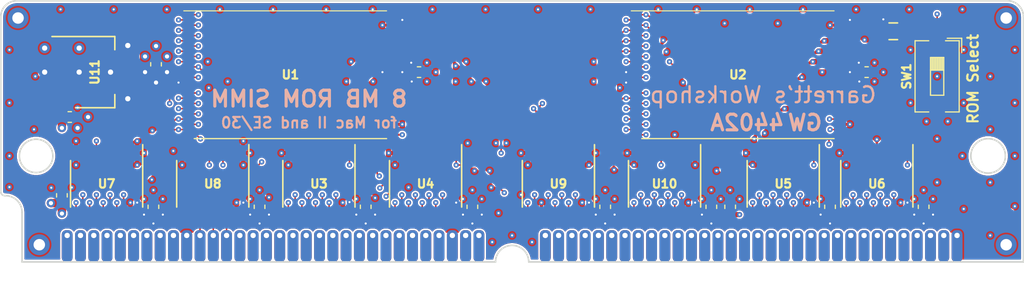
<source format=kicad_pcb>
(kicad_pcb (version 20171130) (host pcbnew "(5.1.5-0-10_14)")
  (layers (0 F.Cu signal) (1 In1.Cu power) (2 In2.Cu signal) (31 B.Cu power) (34 B.Paste user) (35 F.Paste user) (36 B.SilkS user) (37 F.SilkS user) (38 B.Mask user) (39 F.Mask user) (44 Edge.Cuts user))
  (net 0 "")
  (net 1 +5V)
  (net 2 /D0)
  (net 3 /D1)
  (net 4 /~WE~)
  (net 5 /D2)
  (net 6 /D3)
  (net 7 GND)
  (net 8 /D4)
  (net 9 /D5)
  (net 10 /D6)
  (net 11 /A11)
  (net 12 /D7)
  (net 13 /A0)
  (net 14 /A1)
  (net 15 /A2)
  (net 16 /A3)
  (net 17 /A4)
  (net 18 /A5)
  (net 19 /A6)
  (net 20 /A7)
  (net 21 /~CS~)
  (net 22 /~OE~)
  (net 23 /D8)
  (net 24 /D9)
  (net 25 /D10)
  (net 26 /D11)
  (net 27 /D12)
  (net 28 /D13)
  (net 29 /D14)
  (net 30 /D15)
  (net 31 /A8)
  (net 32 /A9)
  (net 33 /A10)
  (net 34 /A12)
  (net 35 /A13)
  (net 36 /A14)
  (net 37 /A15)
  (net 38 /A16)
  (net 39 /A17)
  (net 40 /A18)
  (net 41 /A19)
  (net 42 /A20)
  (net 43 /A21)
  (net 44 /A22)
  (net 45 /D16)
  (net 46 /D17)
  (net 47 /D18)
  (net 48 /D19)
  (net 49 /D20)
  (net 50 /D21)
  (net 51 /D22)
  (net 52 /D23)
  (net 53 /D24)
  (net 54 /D25)
  (net 55 /D26)
  (net 56 /D27)
  (net 57 /D28)
  (net 58 /D29)
  (net 59 /D30)
  (net 60 /D31)
  (net 61 +3V3)
  (net 62 /RD7)
  (net 63 /RD6)
  (net 64 /RD5)
  (net 65 /RD4)
  (net 66 /RD3)
  (net 67 /RD2)
  (net 68 /RD1)
  (net 69 /RD0)
  (net 70 /RD8)
  (net 71 /RD9)
  (net 72 /RD10)
  (net 73 /RD11)
  (net 74 /RD12)
  (net 75 /RD13)
  (net 76 /RD14)
  (net 77 /RD15)
  (net 78 /RD23)
  (net 79 /RD22)
  (net 80 /RD21)
  (net 81 /RD20)
  (net 82 /RD19)
  (net 83 /RD18)
  (net 84 /RD17)
  (net 85 /RD16)
  (net 86 /RD24)
  (net 87 /RD25)
  (net 88 /RD26)
  (net 89 /RD27)
  (net 90 /RD28)
  (net 91 /RD29)
  (net 92 /RD30)
  (net 93 /RD31)
  (net 94 /RA7)
  (net 95 /RA6)
  (net 96 /RA5)
  (net 97 /RA4)
  (net 98 /RA3)
  (net 99 /RA2)
  (net 100 /RA1)
  (net 101 /RA0)
  (net 102 /R~CS~)
  (net 103 /R~OE~)
  (net 104 /R~WE~)
  (net 105 "Net-(U8-Pad5)")
  (net 106 "Net-(U8-Pad7)")
  (net 107 /RA8)
  (net 108 /RA9)
  (net 109 /RA17)
  (net 110 /RA16)
  (net 111 /RA15)
  (net 112 /RA14)
  (net 113 /RA13)
  (net 114 /RA12)
  (net 115 /RA11)
  (net 116 /RA10)
  (net 117 /RA18)
  (net 118 /RA19)
  (net 119 /RA20)
  (net 120 /RA21)
  (net 121 /RA22)
  (net 122 "Net-(U8-Pad8)")
  (net 123 "Net-(U8-Pad9)")
  (net 124 "Net-(U9-Pad7)")
  (net 125 "Net-(U1-Pad15)")
  (net 126 "Net-(U2-Pad15)")
  (net 127 "Net-(U8-Pad3)")
  (net 128 "Net-(J1-Pad63)")
  (net 129 /RA23)
  (module Button_Switch_SMD:SW_DIP_SPSTx01_Slide_6.7x4.1mm_W8.61mm_P2.54mm_LowProfile (layer F.Cu) (at 161.29 109.855 270)
    (fp_text reference SW1 (at 0 2.921 90) (layer F.SilkS) (effects (font (size 0.8128 0.8128) (thickness 0.2032))))
    (fp_text value "ROM Select" (at 0.254 -3.429 90) (layer F.SilkS) (effects (font (thickness 0.2032))))
    (pad 2 smd roundrect (at 4.305 0 270) (size 2.44 1.12) (layers F.Cu F.Paste F.Mask) (net 7 GND))
    (pad 1 smd roundrect (at -4.305 0 270) (size 2.44 1.12) (layers F.Cu F.Paste F.Mask) (net 129 /RA23))
  )
  (module stdpads:C_0603 (layer F.Cu) (at 86.6 108.7 90)
    (fp_text reference C14)
    (fp_text value 2u2)
    (pad 1 smd roundrect (at -0.75 0 90) (size 0.85 0.95) (layers F.Cu F.Paste F.Mask) (net 61 +3V3))
    (pad 2 smd roundrect (at 0.75 0 90) (size 0.85 0.95) (layers F.Cu F.Paste F.Mask) (net 7 GND))
  )
  (module stdpads:MacIIROMSIMM_Edge (layer F.Cu) (at 120.65 127.635)
    (fp_text reference J1 hide)
    (fp_text value ROM)
    (pad 64 thru_hole roundrect (at 42.545 -2.54) (size 1.0414 3.048) (drill 0.508 (offset 0 1.016)) (layers *.Cu *.Mask) (roundrect_rratio 0.4) (net 7 GND))
    (pad 63 thru_hole roundrect (at 41.275 -2.54) (size 1.0414 3.048) (drill 0.508 (offset 0 1.016)) (layers *.Cu *.Mask) (roundrect_rratio 0.4) (net 128 "Net-(J1-Pad63)"))
    (pad 62 thru_hole roundrect (at 40.005 -2.54) (size 1.0414 3.048) (drill 0.508 (offset 0 1.016)) (layers *.Cu *.Mask) (roundrect_rratio 0.4) (net 60 /D31))
    (pad 61 thru_hole roundrect (at 38.735 -2.54) (size 1.0414 3.048) (drill 0.508 (offset 0 1.016)) (layers *.Cu *.Mask) (roundrect_rratio 0.4) (net 59 /D30))
    (pad 60 thru_hole roundrect (at 37.465 -2.54) (size 1.0414 3.048) (drill 0.508 (offset 0 1.016)) (layers *.Cu *.Mask) (roundrect_rratio 0.4) (net 58 /D29))
    (pad 59 thru_hole roundrect (at 36.195 -2.54) (size 1.0414 3.048) (drill 0.508 (offset 0 1.016)) (layers *.Cu *.Mask) (roundrect_rratio 0.4) (net 57 /D28))
    (pad 58 thru_hole roundrect (at 34.925 -2.54) (size 1.0414 3.048) (drill 0.508 (offset 0 1.016)) (layers *.Cu *.Mask) (roundrect_rratio 0.4) (net 56 /D27))
    (pad 57 thru_hole roundrect (at 33.655 -2.54) (size 1.0414 3.048) (drill 0.508 (offset 0 1.016)) (layers *.Cu *.Mask) (roundrect_rratio 0.4) (net 55 /D26))
    (pad 56 thru_hole roundrect (at 32.385 -2.54) (size 1.0414 3.048) (drill 0.508 (offset 0 1.016)) (layers *.Cu *.Mask) (roundrect_rratio 0.4) (net 54 /D25))
    (pad 55 thru_hole roundrect (at 31.115 -2.54) (size 1.0414 3.048) (drill 0.508 (offset 0 1.016)) (layers *.Cu *.Mask) (roundrect_rratio 0.4) (net 53 /D24))
    (pad 54 thru_hole roundrect (at 29.845 -2.54) (size 1.0414 3.048) (drill 0.508 (offset 0 1.016)) (layers *.Cu *.Mask) (roundrect_rratio 0.4) (net 52 /D23))
    (pad 53 thru_hole roundrect (at 28.575 -2.54) (size 1.0414 3.048) (drill 0.508 (offset 0 1.016)) (layers *.Cu *.Mask) (roundrect_rratio 0.4) (net 51 /D22))
    (pad 52 thru_hole roundrect (at 27.305 -2.54) (size 1.0414 3.048) (drill 0.508 (offset 0 1.016)) (layers *.Cu *.Mask) (roundrect_rratio 0.4) (net 50 /D21))
    (pad 51 thru_hole roundrect (at 26.035 -2.54) (size 1.0414 3.048) (drill 0.508 (offset 0 1.016)) (layers *.Cu *.Mask) (roundrect_rratio 0.4) (net 49 /D20))
    (pad 50 thru_hole roundrect (at 24.765 -2.54) (size 1.0414 3.048) (drill 0.508 (offset 0 1.016)) (layers *.Cu *.Mask) (roundrect_rratio 0.4) (net 48 /D19))
    (pad 49 thru_hole roundrect (at 23.495 -2.54) (size 1.0414 3.048) (drill 0.508 (offset 0 1.016)) (layers *.Cu *.Mask) (roundrect_rratio 0.4) (net 47 /D18))
    (pad 48 thru_hole roundrect (at 22.225 -2.54) (size 1.0414 3.048) (drill 0.508 (offset 0 1.016)) (layers *.Cu *.Mask) (roundrect_rratio 0.4) (net 46 /D17))
    (pad 47 thru_hole roundrect (at 20.955 -2.54) (size 1.0414 3.048) (drill 0.508 (offset 0 1.016)) (layers *.Cu *.Mask) (roundrect_rratio 0.4) (net 45 /D16))
    (pad 46 thru_hole roundrect (at 19.685 -2.54) (size 1.0414 3.048) (drill 0.508 (offset 0 1.016)) (layers *.Cu *.Mask) (roundrect_rratio 0.4) (net 1 +5V))
    (pad 45 thru_hole roundrect (at 18.415 -2.54) (size 1.0414 3.048) (drill 0.508 (offset 0 1.016)) (layers *.Cu *.Mask) (roundrect_rratio 0.4) (net 44 /A22))
    (pad 44 thru_hole roundrect (at 17.145 -2.54) (size 1.0414 3.048) (drill 0.508 (offset 0 1.016)) (layers *.Cu *.Mask) (roundrect_rratio 0.4) (net 43 /A21))
    (pad 43 thru_hole roundrect (at 15.875 -2.54) (size 1.0414 3.048) (drill 0.508 (offset 0 1.016)) (layers *.Cu *.Mask) (roundrect_rratio 0.4) (net 42 /A20))
    (pad 42 thru_hole roundrect (at 14.605 -2.54) (size 1.0414 3.048) (drill 0.508 (offset 0 1.016)) (layers *.Cu *.Mask) (roundrect_rratio 0.4) (net 41 /A19))
    (pad 41 thru_hole roundrect (at 13.335 -2.54) (size 1.0414 3.048) (drill 0.508 (offset 0 1.016)) (layers *.Cu *.Mask) (roundrect_rratio 0.4) (net 40 /A18))
    (pad 40 thru_hole roundrect (at 12.065 -2.54) (size 1.0414 3.048) (drill 0.508 (offset 0 1.016)) (layers *.Cu *.Mask) (roundrect_rratio 0.4) (net 39 /A17))
    (pad 39 thru_hole roundrect (at 10.795 -2.54) (size 1.0414 3.048) (drill 0.508 (offset 0 1.016)) (layers *.Cu *.Mask) (roundrect_rratio 0.4) (net 38 /A16))
    (pad 38 thru_hole roundrect (at 9.525 -2.54) (size 1.0414 3.048) (drill 0.508 (offset 0 1.016)) (layers *.Cu *.Mask) (roundrect_rratio 0.4) (net 37 /A15))
    (pad 37 thru_hole roundrect (at 8.255 -2.54) (size 1.0414 3.048) (drill 0.508 (offset 0 1.016)) (layers *.Cu *.Mask) (roundrect_rratio 0.4) (net 36 /A14))
    (pad 36 thru_hole roundrect (at 6.985 -2.54) (size 1.0414 3.048) (drill 0.508 (offset 0 1.016)) (layers *.Cu *.Mask) (roundrect_rratio 0.4) (net 35 /A13))
    (pad 35 thru_hole roundrect (at 5.715 -2.54) (size 1.0414 3.048) (drill 0.508 (offset 0 1.016)) (layers *.Cu *.Mask) (roundrect_rratio 0.4) (net 34 /A12))
    (pad 34 thru_hole roundrect (at 4.445 -2.54) (size 1.0414 3.048) (drill 0.508 (offset 0 1.016)) (layers *.Cu *.Mask) (roundrect_rratio 0.4) (net 11 /A11))
    (pad 33 thru_hole roundrect (at 3.175 -2.54) (size 1.0414 3.048) (drill 0.508 (offset 0 1.016)) (layers *.Cu *.Mask) (roundrect_rratio 0.4) (net 33 /A10))
    (pad 32 thru_hole roundrect (at -3.175 -2.54) (size 1.0414 3.048) (drill 0.508 (offset 0 1.016)) (layers *.Cu *.Mask) (roundrect_rratio 0.4) (net 32 /A9))
    (pad 31 thru_hole roundrect (at -4.445 -2.54) (size 1.0414 3.048) (drill 0.508 (offset 0 1.016)) (layers *.Cu *.Mask) (roundrect_rratio 0.4) (net 31 /A8))
    (pad 30 thru_hole roundrect (at -5.715 -2.54) (size 1.0414 3.048) (drill 0.508 (offset 0 1.016)) (layers *.Cu *.Mask) (roundrect_rratio 0.4) (net 7 GND))
    (pad 29 thru_hole roundrect (at -6.985 -2.54) (size 1.0414 3.048) (drill 0.508 (offset 0 1.016)) (layers *.Cu *.Mask) (roundrect_rratio 0.4) (net 30 /D15))
    (pad 28 thru_hole roundrect (at -8.255 -2.54) (size 1.0414 3.048) (drill 0.508 (offset 0 1.016)) (layers *.Cu *.Mask) (roundrect_rratio 0.4) (net 29 /D14))
    (pad 27 thru_hole roundrect (at -9.525 -2.54) (size 1.0414 3.048) (drill 0.508 (offset 0 1.016)) (layers *.Cu *.Mask) (roundrect_rratio 0.4) (net 28 /D13))
    (pad 26 thru_hole roundrect (at -10.795 -2.54) (size 1.0414 3.048) (drill 0.508 (offset 0 1.016)) (layers *.Cu *.Mask) (roundrect_rratio 0.4) (net 27 /D12))
    (pad 25 thru_hole roundrect (at -12.065 -2.54) (size 1.0414 3.048) (drill 0.508 (offset 0 1.016)) (layers *.Cu *.Mask) (roundrect_rratio 0.4) (net 26 /D11))
    (pad 24 thru_hole roundrect (at -13.335 -2.54) (size 1.0414 3.048) (drill 0.508 (offset 0 1.016)) (layers *.Cu *.Mask) (roundrect_rratio 0.4) (net 25 /D10))
    (pad 23 thru_hole roundrect (at -14.605 -2.54) (size 1.0414 3.048) (drill 0.508 (offset 0 1.016)) (layers *.Cu *.Mask) (roundrect_rratio 0.4) (net 24 /D9))
    (pad 22 thru_hole roundrect (at -15.875 -2.54) (size 1.0414 3.048) (drill 0.508 (offset 0 1.016)) (layers *.Cu *.Mask) (roundrect_rratio 0.4) (net 23 /D8))
    (pad 21 thru_hole roundrect (at -17.145 -2.54) (size 1.0414 3.048) (drill 0.508 (offset 0 1.016)) (layers *.Cu *.Mask) (roundrect_rratio 0.4) (net 12 /D7))
    (pad 20 thru_hole roundrect (at -18.415 -2.54) (size 1.0414 3.048) (drill 0.508 (offset 0 1.016)) (layers *.Cu *.Mask) (roundrect_rratio 0.4) (net 10 /D6))
    (pad 19 thru_hole roundrect (at -19.685 -2.54) (size 1.0414 3.048) (drill 0.508 (offset 0 1.016)) (layers *.Cu *.Mask) (roundrect_rratio 0.4) (net 9 /D5))
    (pad 18 thru_hole roundrect (at -20.955 -2.54) (size 1.0414 3.048) (drill 0.508 (offset 0 1.016)) (layers *.Cu *.Mask) (roundrect_rratio 0.4) (net 8 /D4))
    (pad 17 thru_hole roundrect (at -22.225 -2.54) (size 1.0414 3.048) (drill 0.508 (offset 0 1.016)) (layers *.Cu *.Mask) (roundrect_rratio 0.4) (net 6 /D3))
    (pad 16 thru_hole roundrect (at -23.495 -2.54) (size 1.0414 3.048) (drill 0.508 (offset 0 1.016)) (layers *.Cu *.Mask) (roundrect_rratio 0.4) (net 5 /D2))
    (pad 15 thru_hole roundrect (at -24.765 -2.54) (size 1.0414 3.048) (drill 0.508 (offset 0 1.016)) (layers *.Cu *.Mask) (roundrect_rratio 0.4) (net 3 /D1))
    (pad 14 thru_hole roundrect (at -26.035 -2.54) (size 1.0414 3.048) (drill 0.508 (offset 0 1.016)) (layers *.Cu *.Mask) (roundrect_rratio 0.4) (net 2 /D0))
    (pad 13 thru_hole roundrect (at -27.305 -2.54) (size 1.0414 3.048) (drill 0.508 (offset 0 1.016)) (layers *.Cu *.Mask) (roundrect_rratio 0.4) (net 4 /~WE~))
    (pad 12 thru_hole roundrect (at -28.575 -2.54) (size 1.0414 3.048) (drill 0.508 (offset 0 1.016)) (layers *.Cu *.Mask) (roundrect_rratio 0.4) (net 22 /~OE~))
    (pad 11 thru_hole roundrect (at -29.845 -2.54) (size 1.0414 3.048) (drill 0.508 (offset 0 1.016)) (layers *.Cu *.Mask) (roundrect_rratio 0.4) (net 21 /~CS~))
    (pad 10 thru_hole roundrect (at -31.115 -2.54) (size 1.0414 3.048) (drill 0.508 (offset 0 1.016)) (layers *.Cu *.Mask) (roundrect_rratio 0.4) (net 7 GND))
    (pad 9 thru_hole roundrect (at -32.385 -2.54) (size 1.0414 3.048) (drill 0.508 (offset 0 1.016)) (layers *.Cu *.Mask) (roundrect_rratio 0.4) (net 20 /A7))
    (pad 8 thru_hole roundrect (at -33.655 -2.54) (size 1.0414 3.048) (drill 0.508 (offset 0 1.016)) (layers *.Cu *.Mask) (roundrect_rratio 0.4) (net 19 /A6))
    (pad 7 thru_hole roundrect (at -34.925 -2.54) (size 1.0414 3.048) (drill 0.508 (offset 0 1.016)) (layers *.Cu *.Mask) (roundrect_rratio 0.4) (net 18 /A5))
    (pad 6 thru_hole roundrect (at -36.195 -2.54) (size 1.0414 3.048) (drill 0.508 (offset 0 1.016)) (layers *.Cu *.Mask) (roundrect_rratio 0.4) (net 17 /A4))
    (pad 5 thru_hole roundrect (at -37.465 -2.54) (size 1.0414 3.048) (drill 0.508 (offset 0 1.016)) (layers *.Cu *.Mask) (roundrect_rratio 0.4) (net 16 /A3))
    (pad 4 thru_hole roundrect (at -38.735 -2.54) (size 1.0414 3.048) (drill 0.508 (offset 0 1.016)) (layers *.Cu *.Mask) (roundrect_rratio 0.4) (net 15 /A2))
    (pad 3 thru_hole roundrect (at -40.005 -2.54) (size 1.0414 3.048) (drill 0.508 (offset 0 1.016)) (layers *.Cu *.Mask) (roundrect_rratio 0.4) (net 14 /A1))
    (pad 2 thru_hole roundrect (at -41.275 -2.54) (size 1.0414 3.048) (drill 0.508 (offset 0 1.016)) (layers *.Cu *.Mask) (roundrect_rratio 0.4) (net 13 /A0))
    (pad 1 thru_hole roundrect (at -42.545 -2.54) (size 1.0414 3.048) (drill 0.508 (offset 0 1.016)) (layers *.Cu *.Mask) (roundrect_rratio 0.4) (net 1 +5V))
  )
  (module stdpads:PasteHole_1.1mm_PTH (layer F.Cu) (at 75.438 125.984)
    (fp_text reference H2)
    (fp_text value " " hide)
    (pad 1 thru_hole circle (at 0 0) (size 2 2) (drill 1.1) (layers *.Cu *.Mask) (net 7 GND))
  )
  (module stdpads:PasteHole_1.1mm_PTH (layer F.Cu) (at 167.894 125.984)
    (fp_text reference H3)
    (fp_text value " " hide)
    (pad 1 thru_hole circle (at 0 0) (size 2 2) (drill 1.1) (layers *.Cu *.Mask) (net 7 GND))
  )
  (module stdpads:TSOP-I-48_18.4x12mm_P0.5mm (layer F.Cu) (at 99.45 109.7)
    (fp_text reference U1)
    (fp_text value MX29LV320)
    (fp_text user %R (at 0 0) (layer F.SilkS) (effects (font (size 0.8128 0.8128) (thickness 0.2032))))
    (pad 48 smd roundrect (at 9.75 -5.75) (size 1.1 0.3) (layers F.Cu F.Paste F.Mask) (net 117 /RA18))
    (pad 47 smd roundrect (at 9.75 -5.25) (size 1.1 0.3) (layers F.Cu F.Paste F.Mask) (net 61 +3V3))
    (pad 46 smd roundrect (at 9.75 -4.75) (size 1.1 0.3) (layers F.Cu F.Paste F.Mask) (net 7 GND))
    (pad 45 smd roundrect (at 9.75 -4.25) (size 1.1 0.3) (layers F.Cu F.Paste F.Mask) (net 77 /RD15))
    (pad 44 smd roundrect (at 9.75 -3.75) (size 1.1 0.3) (layers F.Cu F.Paste F.Mask) (net 62 /RD7))
    (pad 43 smd roundrect (at 9.75 -3.25) (size 1.1 0.3) (layers F.Cu F.Paste F.Mask) (net 76 /RD14))
    (pad 42 smd roundrect (at 9.75 -2.75) (size 1.1 0.3) (layers F.Cu F.Paste F.Mask) (net 63 /RD6))
    (pad 41 smd roundrect (at 9.75 -2.25) (size 1.1 0.3) (layers F.Cu F.Paste F.Mask) (net 75 /RD13))
    (pad 40 smd roundrect (at 9.75 -1.75) (size 1.1 0.3) (layers F.Cu F.Paste F.Mask) (net 64 /RD5))
    (pad 39 smd roundrect (at 9.75 -1.25) (size 1.1 0.3) (layers F.Cu F.Paste F.Mask) (net 74 /RD12))
    (pad 38 smd roundrect (at 9.75 -0.75) (size 1.1 0.3) (layers F.Cu F.Paste F.Mask) (net 65 /RD4))
    (pad 37 smd roundrect (at 9.75 -0.25) (size 1.1 0.3) (layers F.Cu F.Paste F.Mask) (net 61 +3V3))
    (pad 36 smd roundrect (at 9.75 0.25) (size 1.1 0.3) (layers F.Cu F.Paste F.Mask) (net 73 /RD11))
    (pad 35 smd roundrect (at 9.75 0.75) (size 1.1 0.3) (layers F.Cu F.Paste F.Mask) (net 66 /RD3))
    (pad 34 smd roundrect (at 9.75 1.25) (size 1.1 0.3) (layers F.Cu F.Paste F.Mask) (net 72 /RD10))
    (pad 33 smd roundrect (at 9.75 1.75) (size 1.1 0.3) (layers F.Cu F.Paste F.Mask) (net 67 /RD2))
    (pad 32 smd roundrect (at 9.75 2.25) (size 1.1 0.3) (layers F.Cu F.Paste F.Mask) (net 71 /RD9))
    (pad 31 smd roundrect (at 9.75 2.75) (size 1.1 0.3) (layers F.Cu F.Paste F.Mask) (net 68 /RD1))
    (pad 30 smd roundrect (at 9.75 3.25) (size 1.1 0.3) (layers F.Cu F.Paste F.Mask) (net 70 /RD8))
    (pad 29 smd roundrect (at 9.75 3.75) (size 1.1 0.3) (layers F.Cu F.Paste F.Mask) (net 69 /RD0))
    (pad 28 smd roundrect (at 9.75 4.25) (size 1.1 0.3) (layers F.Cu F.Paste F.Mask) (net 103 /R~OE~))
    (pad 27 smd roundrect (at 9.75 4.75) (size 1.1 0.3) (layers F.Cu F.Paste F.Mask) (net 7 GND))
    (pad 26 smd roundrect (at 9.75 5.25) (size 1.1 0.3) (layers F.Cu F.Paste F.Mask) (net 102 /R~CS~))
    (pad 24 smd roundrect (at -9.75 5.75) (size 1.1 0.3) (layers F.Cu F.Paste F.Mask) (net 98 /RA3))
    (pad 23 smd roundrect (at -9.75 5.25) (size 1.1 0.3) (layers F.Cu F.Paste F.Mask) (net 97 /RA4))
    (pad 22 smd roundrect (at -9.75 4.75) (size 1.1 0.3) (layers F.Cu F.Paste F.Mask) (net 96 /RA5))
    (pad 21 smd roundrect (at -9.75 4.25) (size 1.1 0.3) (layers F.Cu F.Paste F.Mask) (net 95 /RA6))
    (pad 20 smd roundrect (at -9.75 3.75) (size 1.1 0.3) (layers F.Cu F.Paste F.Mask) (net 94 /RA7))
    (pad 19 smd roundrect (at -9.75 3.25) (size 1.1 0.3) (layers F.Cu F.Paste F.Mask) (net 107 /RA8))
    (pad 18 smd roundrect (at -9.75 2.75) (size 1.1 0.3) (layers F.Cu F.Paste F.Mask) (net 108 /RA9))
    (pad 17 smd roundrect (at -9.75 2.25) (size 1.1 0.3) (layers F.Cu F.Paste F.Mask) (net 118 /RA19))
    (pad 16 smd roundrect (at -9.75 1.75) (size 1.1 0.3) (layers F.Cu F.Paste F.Mask) (net 119 /RA20))
    (pad 15 smd roundrect (at -9.75 1.25) (size 1.1 0.3) (layers F.Cu F.Paste F.Mask) (net 125 "Net-(U1-Pad15)"))
    (pad 14 smd roundrect (at -9.75 0.75) (size 1.1 0.3) (layers F.Cu F.Paste F.Mask) (net 61 +3V3))
    (pad 13 smd roundrect (at -9.75 0.25) (size 1.1 0.3) (layers F.Cu F.Paste F.Mask) (net 129 /RA23))
    (pad 12 smd roundrect (at -9.75 -0.25) (size 1.1 0.3) (layers F.Cu F.Paste F.Mask) (net 61 +3V3))
    (pad 11 smd roundrect (at -9.75 -0.75) (size 1.1 0.3) (layers F.Cu F.Paste F.Mask) (net 104 /R~WE~))
    (pad 10 smd roundrect (at -9.75 -1.25) (size 1.1 0.3) (layers F.Cu F.Paste F.Mask) (net 121 /RA22))
    (pad 9 smd roundrect (at -9.75 -1.75) (size 1.1 0.3) (layers F.Cu F.Paste F.Mask) (net 120 /RA21))
    (pad 8 smd roundrect (at -9.75 -2.25) (size 1.1 0.3) (layers F.Cu F.Paste F.Mask) (net 116 /RA10))
    (pad 7 smd roundrect (at -9.75 -2.75) (size 1.1 0.3) (layers F.Cu F.Paste F.Mask) (net 115 /RA11))
    (pad 6 smd roundrect (at -9.75 -3.25) (size 1.1 0.3) (layers F.Cu F.Paste F.Mask) (net 114 /RA12))
    (pad 5 smd roundrect (at -9.75 -3.75) (size 1.1 0.3) (layers F.Cu F.Paste F.Mask) (net 113 /RA13))
    (pad 4 smd roundrect (at -9.75 -4.25) (size 1.1 0.3) (layers F.Cu F.Paste F.Mask) (net 112 /RA14))
    (pad 3 smd roundrect (at -9.75 -4.75) (size 1.1 0.3) (layers F.Cu F.Paste F.Mask) (net 111 /RA15))
    (pad 2 smd roundrect (at -9.75 -5.25) (size 1.1 0.3) (layers F.Cu F.Paste F.Mask) (net 110 /RA16))
    (pad 25 smd roundrect (at 9.75 5.75) (size 1.1 0.3) (layers F.Cu F.Paste F.Mask) (net 99 /RA2))
    (pad 1 smd roundrect (at -9.75 -5.75) (size 1.1 0.3) (layers F.Cu F.Paste F.Mask) (net 109 /RA17))
  )
  (module stdpads:TSOP-I-48_18.4x12mm_P0.5mm (layer F.Cu) (at 142.24 109.7)
    (fp_text reference U2)
    (fp_text value MX29LV320)
    (fp_text user %R (at 0 0) (layer F.SilkS) (effects (font (size 0.8128 0.8128) (thickness 0.2032))))
    (pad 48 smd roundrect (at 9.75 -5.75) (size 1.1 0.3) (layers F.Cu F.Paste F.Mask) (net 117 /RA18))
    (pad 47 smd roundrect (at 9.75 -5.25) (size 1.1 0.3) (layers F.Cu F.Paste F.Mask) (net 61 +3V3))
    (pad 46 smd roundrect (at 9.75 -4.75) (size 1.1 0.3) (layers F.Cu F.Paste F.Mask) (net 7 GND))
    (pad 45 smd roundrect (at 9.75 -4.25) (size 1.1 0.3) (layers F.Cu F.Paste F.Mask) (net 93 /RD31))
    (pad 44 smd roundrect (at 9.75 -3.75) (size 1.1 0.3) (layers F.Cu F.Paste F.Mask) (net 78 /RD23))
    (pad 43 smd roundrect (at 9.75 -3.25) (size 1.1 0.3) (layers F.Cu F.Paste F.Mask) (net 92 /RD30))
    (pad 42 smd roundrect (at 9.75 -2.75) (size 1.1 0.3) (layers F.Cu F.Paste F.Mask) (net 79 /RD22))
    (pad 41 smd roundrect (at 9.75 -2.25) (size 1.1 0.3) (layers F.Cu F.Paste F.Mask) (net 91 /RD29))
    (pad 40 smd roundrect (at 9.75 -1.75) (size 1.1 0.3) (layers F.Cu F.Paste F.Mask) (net 80 /RD21))
    (pad 39 smd roundrect (at 9.75 -1.25) (size 1.1 0.3) (layers F.Cu F.Paste F.Mask) (net 90 /RD28))
    (pad 38 smd roundrect (at 9.75 -0.75) (size 1.1 0.3) (layers F.Cu F.Paste F.Mask) (net 81 /RD20))
    (pad 37 smd roundrect (at 9.75 -0.25) (size 1.1 0.3) (layers F.Cu F.Paste F.Mask) (net 61 +3V3))
    (pad 36 smd roundrect (at 9.75 0.25) (size 1.1 0.3) (layers F.Cu F.Paste F.Mask) (net 89 /RD27))
    (pad 35 smd roundrect (at 9.75 0.75) (size 1.1 0.3) (layers F.Cu F.Paste F.Mask) (net 82 /RD19))
    (pad 34 smd roundrect (at 9.75 1.25) (size 1.1 0.3) (layers F.Cu F.Paste F.Mask) (net 88 /RD26))
    (pad 33 smd roundrect (at 9.75 1.75) (size 1.1 0.3) (layers F.Cu F.Paste F.Mask) (net 83 /RD18))
    (pad 32 smd roundrect (at 9.75 2.25) (size 1.1 0.3) (layers F.Cu F.Paste F.Mask) (net 87 /RD25))
    (pad 31 smd roundrect (at 9.75 2.75) (size 1.1 0.3) (layers F.Cu F.Paste F.Mask) (net 84 /RD17))
    (pad 30 smd roundrect (at 9.75 3.25) (size 1.1 0.3) (layers F.Cu F.Paste F.Mask) (net 86 /RD24))
    (pad 29 smd roundrect (at 9.75 3.75) (size 1.1 0.3) (layers F.Cu F.Paste F.Mask) (net 85 /RD16))
    (pad 28 smd roundrect (at 9.75 4.25) (size 1.1 0.3) (layers F.Cu F.Paste F.Mask) (net 103 /R~OE~))
    (pad 27 smd roundrect (at 9.75 4.75) (size 1.1 0.3) (layers F.Cu F.Paste F.Mask) (net 7 GND))
    (pad 26 smd roundrect (at 9.75 5.25) (size 1.1 0.3) (layers F.Cu F.Paste F.Mask) (net 102 /R~CS~))
    (pad 24 smd roundrect (at -9.75 5.75) (size 1.1 0.3) (layers F.Cu F.Paste F.Mask) (net 98 /RA3))
    (pad 23 smd roundrect (at -9.75 5.25) (size 1.1 0.3) (layers F.Cu F.Paste F.Mask) (net 97 /RA4))
    (pad 22 smd roundrect (at -9.75 4.75) (size 1.1 0.3) (layers F.Cu F.Paste F.Mask) (net 96 /RA5))
    (pad 21 smd roundrect (at -9.75 4.25) (size 1.1 0.3) (layers F.Cu F.Paste F.Mask) (net 95 /RA6))
    (pad 20 smd roundrect (at -9.75 3.75) (size 1.1 0.3) (layers F.Cu F.Paste F.Mask) (net 94 /RA7))
    (pad 19 smd roundrect (at -9.75 3.25) (size 1.1 0.3) (layers F.Cu F.Paste F.Mask) (net 107 /RA8))
    (pad 18 smd roundrect (at -9.75 2.75) (size 1.1 0.3) (layers F.Cu F.Paste F.Mask) (net 108 /RA9))
    (pad 17 smd roundrect (at -9.75 2.25) (size 1.1 0.3) (layers F.Cu F.Paste F.Mask) (net 118 /RA19))
    (pad 16 smd roundrect (at -9.75 1.75) (size 1.1 0.3) (layers F.Cu F.Paste F.Mask) (net 119 /RA20))
    (pad 15 smd roundrect (at -9.75 1.25) (size 1.1 0.3) (layers F.Cu F.Paste F.Mask) (net 126 "Net-(U2-Pad15)"))
    (pad 14 smd roundrect (at -9.75 0.75) (size 1.1 0.3) (layers F.Cu F.Paste F.Mask) (net 61 +3V3))
    (pad 13 smd roundrect (at -9.75 0.25) (size 1.1 0.3) (layers F.Cu F.Paste F.Mask) (net 129 /RA23))
    (pad 12 smd roundrect (at -9.75 -0.25) (size 1.1 0.3) (layers F.Cu F.Paste F.Mask) (net 61 +3V3))
    (pad 11 smd roundrect (at -9.75 -0.75) (size 1.1 0.3) (layers F.Cu F.Paste F.Mask) (net 104 /R~WE~))
    (pad 10 smd roundrect (at -9.75 -1.25) (size 1.1 0.3) (layers F.Cu F.Paste F.Mask) (net 121 /RA22))
    (pad 9 smd roundrect (at -9.75 -1.75) (size 1.1 0.3) (layers F.Cu F.Paste F.Mask) (net 120 /RA21))
    (pad 8 smd roundrect (at -9.75 -2.25) (size 1.1 0.3) (layers F.Cu F.Paste F.Mask) (net 116 /RA10))
    (pad 7 smd roundrect (at -9.75 -2.75) (size 1.1 0.3) (layers F.Cu F.Paste F.Mask) (net 115 /RA11))
    (pad 6 smd roundrect (at -9.75 -3.25) (size 1.1 0.3) (layers F.Cu F.Paste F.Mask) (net 114 /RA12))
    (pad 5 smd roundrect (at -9.75 -3.75) (size 1.1 0.3) (layers F.Cu F.Paste F.Mask) (net 113 /RA13))
    (pad 4 smd roundrect (at -9.75 -4.25) (size 1.1 0.3) (layers F.Cu F.Paste F.Mask) (net 112 /RA14))
    (pad 3 smd roundrect (at -9.75 -4.75) (size 1.1 0.3) (layers F.Cu F.Paste F.Mask) (net 111 /RA15))
    (pad 2 smd roundrect (at -9.75 -5.25) (size 1.1 0.3) (layers F.Cu F.Paste F.Mask) (net 110 /RA16))
    (pad 25 smd roundrect (at 9.75 5.75) (size 1.1 0.3) (layers F.Cu F.Paste F.Mask) (net 99 /RA2))
    (pad 1 smd roundrect (at -9.75 -5.75) (size 1.1 0.3) (layers F.Cu F.Paste F.Mask) (net 109 /RA17))
  )
  (module stdpads:TSSOP-20_4.4x6.5mm_P0.65mm (layer F.Cu) (at 102.175 120.15 270)
    (fp_text reference U3)
    (fp_text value 74AHC245)
    (fp_text user %R (at 0 0) (layer F.SilkS) (effects (font (size 0.8128 0.8128) (thickness 0.2032))))
    (pad 20 smd roundrect (at 2.95 -2.925 270) (size 1.45 0.45) (layers F.Cu F.Paste F.Mask) (net 61 +3V3))
    (pad 19 smd roundrect (at 2.95 -2.275 270) (size 1.45 0.45) (layers F.Cu F.Paste F.Mask) (net 7 GND))
    (pad 18 smd roundrect (at 2.95 -1.625 270) (size 1.45 0.45) (layers F.Cu F.Paste F.Mask) (net 12 /D7))
    (pad 17 smd roundrect (at 2.95 -0.975 270) (size 1.45 0.45) (layers F.Cu F.Paste F.Mask) (net 10 /D6))
    (pad 16 smd roundrect (at 2.95 -0.325 270) (size 1.45 0.45) (layers F.Cu F.Paste F.Mask) (net 9 /D5))
    (pad 15 smd roundrect (at 2.95 0.325 270) (size 1.45 0.45) (layers F.Cu F.Paste F.Mask) (net 8 /D4))
    (pad 14 smd roundrect (at 2.95 0.975 270) (size 1.45 0.45) (layers F.Cu F.Paste F.Mask) (net 6 /D3))
    (pad 13 smd roundrect (at 2.95 1.625 270) (size 1.45 0.45) (layers F.Cu F.Paste F.Mask) (net 5 /D2))
    (pad 12 smd roundrect (at 2.95 2.275 270) (size 1.45 0.45) (layers F.Cu F.Paste F.Mask) (net 3 /D1))
    (pad 11 smd roundrect (at 2.95 2.925 270) (size 1.45 0.45) (layers F.Cu F.Paste F.Mask) (net 2 /D0))
    (pad 10 smd roundrect (at -2.95 2.925 270) (size 1.45 0.45) (layers F.Cu F.Paste F.Mask) (net 7 GND))
    (pad 9 smd roundrect (at -2.95 2.275 270) (size 1.45 0.45) (layers F.Cu F.Paste F.Mask) (net 69 /RD0))
    (pad 8 smd roundrect (at -2.95 1.625 270) (size 1.45 0.45) (layers F.Cu F.Paste F.Mask) (net 68 /RD1))
    (pad 7 smd roundrect (at -2.95 0.975 270) (size 1.45 0.45) (layers F.Cu F.Paste F.Mask) (net 67 /RD2))
    (pad 6 smd roundrect (at -2.95 0.325 270) (size 1.45 0.45) (layers F.Cu F.Paste F.Mask) (net 66 /RD3))
    (pad 5 smd roundrect (at -2.95 -0.325 270) (size 1.45 0.45) (layers F.Cu F.Paste F.Mask) (net 65 /RD4))
    (pad 4 smd roundrect (at -2.95 -0.975 270) (size 1.45 0.45) (layers F.Cu F.Paste F.Mask) (net 64 /RD5))
    (pad 3 smd roundrect (at -2.95 -1.625 270) (size 1.45 0.45) (layers F.Cu F.Paste F.Mask) (net 63 /RD6))
    (pad 2 smd roundrect (at -2.95 -2.275 270) (size 1.45 0.45) (layers F.Cu F.Paste F.Mask) (net 62 /RD7))
    (pad 1 smd roundrect (at -2.95 -2.925 270) (size 1.45 0.45) (layers F.Cu F.Paste F.Mask) (net 4 /~WE~))
  )
  (module stdpads:TSSOP-20_4.4x6.5mm_P0.65mm (layer F.Cu) (at 146.575 120.15 270)
    (fp_text reference U5)
    (fp_text value 74AHC245)
    (fp_text user %R (at 0 0) (layer F.SilkS) (effects (font (size 0.8128 0.8128) (thickness 0.2032))))
    (pad 20 smd roundrect (at 2.95 -2.925 270) (size 1.45 0.45) (layers F.Cu F.Paste F.Mask) (net 61 +3V3))
    (pad 19 smd roundrect (at 2.95 -2.275 270) (size 1.45 0.45) (layers F.Cu F.Paste F.Mask) (net 7 GND))
    (pad 18 smd roundrect (at 2.95 -1.625 270) (size 1.45 0.45) (layers F.Cu F.Paste F.Mask) (net 52 /D23))
    (pad 17 smd roundrect (at 2.95 -0.975 270) (size 1.45 0.45) (layers F.Cu F.Paste F.Mask) (net 51 /D22))
    (pad 16 smd roundrect (at 2.95 -0.325 270) (size 1.45 0.45) (layers F.Cu F.Paste F.Mask) (net 50 /D21))
    (pad 15 smd roundrect (at 2.95 0.325 270) (size 1.45 0.45) (layers F.Cu F.Paste F.Mask) (net 49 /D20))
    (pad 14 smd roundrect (at 2.95 0.975 270) (size 1.45 0.45) (layers F.Cu F.Paste F.Mask) (net 48 /D19))
    (pad 13 smd roundrect (at 2.95 1.625 270) (size 1.45 0.45) (layers F.Cu F.Paste F.Mask) (net 47 /D18))
    (pad 12 smd roundrect (at 2.95 2.275 270) (size 1.45 0.45) (layers F.Cu F.Paste F.Mask) (net 46 /D17))
    (pad 11 smd roundrect (at 2.95 2.925 270) (size 1.45 0.45) (layers F.Cu F.Paste F.Mask) (net 45 /D16))
    (pad 10 smd roundrect (at -2.95 2.925 270) (size 1.45 0.45) (layers F.Cu F.Paste F.Mask) (net 7 GND))
    (pad 9 smd roundrect (at -2.95 2.275 270) (size 1.45 0.45) (layers F.Cu F.Paste F.Mask) (net 85 /RD16))
    (pad 8 smd roundrect (at -2.95 1.625 270) (size 1.45 0.45) (layers F.Cu F.Paste F.Mask) (net 84 /RD17))
    (pad 7 smd roundrect (at -2.95 0.975 270) (size 1.45 0.45) (layers F.Cu F.Paste F.Mask) (net 83 /RD18))
    (pad 6 smd roundrect (at -2.95 0.325 270) (size 1.45 0.45) (layers F.Cu F.Paste F.Mask) (net 82 /RD19))
    (pad 5 smd roundrect (at -2.95 -0.325 270) (size 1.45 0.45) (layers F.Cu F.Paste F.Mask) (net 81 /RD20))
    (pad 4 smd roundrect (at -2.95 -0.975 270) (size 1.45 0.45) (layers F.Cu F.Paste F.Mask) (net 80 /RD21))
    (pad 3 smd roundrect (at -2.95 -1.625 270) (size 1.45 0.45) (layers F.Cu F.Paste F.Mask) (net 79 /RD22))
    (pad 2 smd roundrect (at -2.95 -2.275 270) (size 1.45 0.45) (layers F.Cu F.Paste F.Mask) (net 78 /RD23))
    (pad 1 smd roundrect (at -2.95 -2.925 270) (size 1.45 0.45) (layers F.Cu F.Paste F.Mask) (net 4 /~WE~))
  )
  (module stdpads:C_0603 (layer F.Cu) (at 77.6 121.25 90)
    (fp_text reference C1)
    (fp_text value 2u2)
    (pad 1 smd roundrect (at -0.75 0 90) (size 0.85 0.95) (layers F.Cu F.Paste F.Mask) (net 1 +5V))
    (pad 2 smd roundrect (at 0.75 0 90) (size 0.85 0.95) (layers F.Cu F.Paste F.Mask) (net 7 GND))
  )
  (module stdpads:C_0603 (layer F.Cu) (at 141.5 122.35 90)
    (fp_text reference C2)
    (fp_text value 2u2)
    (pad 2 smd roundrect (at 0.75 0 90) (size 0.85 0.95) (layers F.Cu F.Paste F.Mask) (net 7 GND))
    (pad 1 smd roundrect (at -0.75 0 90) (size 0.85 0.95) (layers F.Cu F.Paste F.Mask) (net 1 +5V))
  )
  (module stdpads:C_0603 (layer F.Cu) (at 78.35 113.75)
    (fp_text reference C3)
    (fp_text value 2u2)
    (pad 1 smd roundrect (at -0.75 0) (size 0.85 0.95) (layers F.Cu F.Paste F.Mask) (net 1 +5V))
    (pad 2 smd roundrect (at 0.75 0) (size 0.85 0.95) (layers F.Cu F.Paste F.Mask) (net 7 GND))
  )
  (module stdpads:C_0603 (layer F.Cu) (at 111.75 109.45)
    (fp_text reference C4)
    (fp_text value 2u2)
    (pad 1 smd roundrect (at -0.75 0) (size 0.85 0.95) (layers F.Cu F.Paste F.Mask) (net 61 +3V3))
    (pad 2 smd roundrect (at 0.75 0) (size 0.85 0.95) (layers F.Cu F.Paste F.Mask) (net 7 GND))
  )
  (module stdpads:C_0603 (layer F.Cu) (at 154.55 109.45)
    (fp_text reference C5)
    (fp_text value 2u2)
    (pad 1 smd roundrect (at -0.75 0) (size 0.85 0.95) (layers F.Cu F.Paste F.Mask) (net 61 +3V3))
    (pad 2 smd roundrect (at 0.75 0) (size 0.85 0.95) (layers F.Cu F.Paste F.Mask) (net 7 GND))
  )
  (module stdpads:C_0603 (layer F.Cu) (at 86.35 122.35 90)
    (fp_text reference C6)
    (fp_text value 2u2)
    (pad 2 smd roundrect (at 0.75 0 90) (size 0.85 0.95) (layers F.Cu F.Paste F.Mask) (net 7 GND))
    (pad 1 smd roundrect (at -0.75 0 90) (size 0.85 0.95) (layers F.Cu F.Paste F.Mask) (net 61 +3V3))
  )
  (module stdpads:C_0603 (layer F.Cu) (at 96.5 122.35 90)
    (fp_text reference C7)
    (fp_text value 2u2)
    (pad 2 smd roundrect (at 0.75 0 90) (size 0.85 0.95) (layers F.Cu F.Paste F.Mask) (net 7 GND))
    (pad 1 smd roundrect (at -0.75 0 90) (size 0.85 0.95) (layers F.Cu F.Paste F.Mask) (net 61 +3V3))
  )
  (module stdpads:C_0603 (layer F.Cu) (at 116.85 122.35 90)
    (fp_text reference C9)
    (fp_text value 2u2)
    (pad 2 smd roundrect (at 0.75 0 90) (size 0.85 0.95) (layers F.Cu F.Paste F.Mask) (net 7 GND))
    (pad 1 smd roundrect (at -0.75 0 90) (size 0.85 0.95) (layers F.Cu F.Paste F.Mask) (net 61 +3V3))
  )
  (module stdpads:C_0603 (layer F.Cu) (at 129.55 122.35 90)
    (fp_text reference C10)
    (fp_text value 2u2)
    (pad 1 smd roundrect (at -0.75 0 90) (size 0.85 0.95) (layers F.Cu F.Paste F.Mask) (net 61 +3V3))
    (pad 2 smd roundrect (at 0.75 0 90) (size 0.85 0.95) (layers F.Cu F.Paste F.Mask) (net 7 GND))
  )
  (module stdpads:C_0603 (layer F.Cu) (at 139.7 122.35 90)
    (fp_text reference C11)
    (fp_text value 2u2)
    (pad 2 smd roundrect (at 0.75 0 90) (size 0.85 0.95) (layers F.Cu F.Paste F.Mask) (net 7 GND))
    (pad 1 smd roundrect (at -0.75 0 90) (size 0.85 0.95) (layers F.Cu F.Paste F.Mask) (net 61 +3V3))
  )
  (module stdpads:C_0603 (layer F.Cu) (at 151.05 122.35 90)
    (fp_text reference C12)
    (fp_text value 2u2)
    (pad 1 smd roundrect (at -0.75 0 90) (size 0.85 0.95) (layers F.Cu F.Paste F.Mask) (net 61 +3V3))
    (pad 2 smd roundrect (at 0.75 0 90) (size 0.85 0.95) (layers F.Cu F.Paste F.Mask) (net 7 GND))
  )
  (module stdpads:C_0603 (layer F.Cu) (at 160 122.35 90)
    (fp_text reference C13)
    (fp_text value 2u2)
    (pad 2 smd roundrect (at 0.75 0 90) (size 0.85 0.95) (layers F.Cu F.Paste F.Mask) (net 7 GND))
    (pad 1 smd roundrect (at -0.75 0 90) (size 0.85 0.95) (layers F.Cu F.Paste F.Mask) (net 61 +3V3))
  )
  (module stdpads:TSSOP-20_4.4x6.5mm_P0.65mm (layer F.Cu) (at 112.375 120.15 270)
    (fp_text reference U4)
    (fp_text value 74AHC245)
    (fp_text user %R (at 0 0) (layer F.SilkS) (effects (font (size 0.8128 0.8128) (thickness 0.2032))))
    (pad 1 smd roundrect (at -2.95 -2.925 270) (size 1.45 0.45) (layers F.Cu F.Paste F.Mask) (net 4 /~WE~))
    (pad 2 smd roundrect (at -2.95 -2.275 270) (size 1.45 0.45) (layers F.Cu F.Paste F.Mask) (net 77 /RD15))
    (pad 3 smd roundrect (at -2.95 -1.625 270) (size 1.45 0.45) (layers F.Cu F.Paste F.Mask) (net 76 /RD14))
    (pad 4 smd roundrect (at -2.95 -0.975 270) (size 1.45 0.45) (layers F.Cu F.Paste F.Mask) (net 75 /RD13))
    (pad 5 smd roundrect (at -2.95 -0.325 270) (size 1.45 0.45) (layers F.Cu F.Paste F.Mask) (net 74 /RD12))
    (pad 6 smd roundrect (at -2.95 0.325 270) (size 1.45 0.45) (layers F.Cu F.Paste F.Mask) (net 73 /RD11))
    (pad 7 smd roundrect (at -2.95 0.975 270) (size 1.45 0.45) (layers F.Cu F.Paste F.Mask) (net 72 /RD10))
    (pad 8 smd roundrect (at -2.95 1.625 270) (size 1.45 0.45) (layers F.Cu F.Paste F.Mask) (net 71 /RD9))
    (pad 9 smd roundrect (at -2.95 2.275 270) (size 1.45 0.45) (layers F.Cu F.Paste F.Mask) (net 70 /RD8))
    (pad 10 smd roundrect (at -2.95 2.925 270) (size 1.45 0.45) (layers F.Cu F.Paste F.Mask) (net 7 GND))
    (pad 11 smd roundrect (at 2.95 2.925 270) (size 1.45 0.45) (layers F.Cu F.Paste F.Mask) (net 23 /D8))
    (pad 12 smd roundrect (at 2.95 2.275 270) (size 1.45 0.45) (layers F.Cu F.Paste F.Mask) (net 24 /D9))
    (pad 13 smd roundrect (at 2.95 1.625 270) (size 1.45 0.45) (layers F.Cu F.Paste F.Mask) (net 25 /D10))
    (pad 14 smd roundrect (at 2.95 0.975 270) (size 1.45 0.45) (layers F.Cu F.Paste F.Mask) (net 26 /D11))
    (pad 15 smd roundrect (at 2.95 0.325 270) (size 1.45 0.45) (layers F.Cu F.Paste F.Mask) (net 27 /D12))
    (pad 16 smd roundrect (at 2.95 -0.325 270) (size 1.45 0.45) (layers F.Cu F.Paste F.Mask) (net 28 /D13))
    (pad 17 smd roundrect (at 2.95 -0.975 270) (size 1.45 0.45) (layers F.Cu F.Paste F.Mask) (net 29 /D14))
    (pad 18 smd roundrect (at 2.95 -1.625 270) (size 1.45 0.45) (layers F.Cu F.Paste F.Mask) (net 30 /D15))
    (pad 19 smd roundrect (at 2.95 -2.275 270) (size 1.45 0.45) (layers F.Cu F.Paste F.Mask) (net 7 GND))
    (pad 20 smd roundrect (at 2.95 -2.925 270) (size 1.45 0.45) (layers F.Cu F.Paste F.Mask) (net 61 +3V3))
  )
  (module stdpads:TSSOP-20_4.4x6.5mm_P0.65mm (layer F.Cu) (at 155.525 120.15 270)
    (fp_text reference U6)
    (fp_text value 74AHC245)
    (fp_text user %R (at 0 0) (layer F.SilkS) (effects (font (size 0.8128 0.8128) (thickness 0.2032))))
    (pad 1 smd roundrect (at -2.95 -2.925 270) (size 1.45 0.45) (layers F.Cu F.Paste F.Mask) (net 4 /~WE~))
    (pad 2 smd roundrect (at -2.95 -2.275 270) (size 1.45 0.45) (layers F.Cu F.Paste F.Mask) (net 93 /RD31))
    (pad 3 smd roundrect (at -2.95 -1.625 270) (size 1.45 0.45) (layers F.Cu F.Paste F.Mask) (net 92 /RD30))
    (pad 4 smd roundrect (at -2.95 -0.975 270) (size 1.45 0.45) (layers F.Cu F.Paste F.Mask) (net 91 /RD29))
    (pad 5 smd roundrect (at -2.95 -0.325 270) (size 1.45 0.45) (layers F.Cu F.Paste F.Mask) (net 90 /RD28))
    (pad 6 smd roundrect (at -2.95 0.325 270) (size 1.45 0.45) (layers F.Cu F.Paste F.Mask) (net 89 /RD27))
    (pad 7 smd roundrect (at -2.95 0.975 270) (size 1.45 0.45) (layers F.Cu F.Paste F.Mask) (net 88 /RD26))
    (pad 8 smd roundrect (at -2.95 1.625 270) (size 1.45 0.45) (layers F.Cu F.Paste F.Mask) (net 87 /RD25))
    (pad 9 smd roundrect (at -2.95 2.275 270) (size 1.45 0.45) (layers F.Cu F.Paste F.Mask) (net 86 /RD24))
    (pad 10 smd roundrect (at -2.95 2.925 270) (size 1.45 0.45) (layers F.Cu F.Paste F.Mask) (net 7 GND))
    (pad 11 smd roundrect (at 2.95 2.925 270) (size 1.45 0.45) (layers F.Cu F.Paste F.Mask) (net 53 /D24))
    (pad 12 smd roundrect (at 2.95 2.275 270) (size 1.45 0.45) (layers F.Cu F.Paste F.Mask) (net 54 /D25))
    (pad 13 smd roundrect (at 2.95 1.625 270) (size 1.45 0.45) (layers F.Cu F.Paste F.Mask) (net 55 /D26))
    (pad 14 smd roundrect (at 2.95 0.975 270) (size 1.45 0.45) (layers F.Cu F.Paste F.Mask) (net 56 /D27))
    (pad 15 smd roundrect (at 2.95 0.325 270) (size 1.45 0.45) (layers F.Cu F.Paste F.Mask) (net 57 /D28))
    (pad 16 smd roundrect (at 2.95 -0.325 270) (size 1.45 0.45) (layers F.Cu F.Paste F.Mask) (net 58 /D29))
    (pad 17 smd roundrect (at 2.95 -0.975 270) (size 1.45 0.45) (layers F.Cu F.Paste F.Mask) (net 59 /D30))
    (pad 18 smd roundrect (at 2.95 -1.625 270) (size 1.45 0.45) (layers F.Cu F.Paste F.Mask) (net 60 /D31))
    (pad 19 smd roundrect (at 2.95 -2.275 270) (size 1.45 0.45) (layers F.Cu F.Paste F.Mask) (net 7 GND))
    (pad 20 smd roundrect (at 2.95 -2.925 270) (size 1.45 0.45) (layers F.Cu F.Paste F.Mask) (net 61 +3V3))
  )
  (module stdpads:TSSOP-20_4.4x6.5mm_P0.65mm (layer F.Cu) (at 81.875 120.15 270)
    (fp_text reference U7)
    (fp_text value 74AHC245)
    (fp_text user %R (at 0 0) (layer F.SilkS) (effects (font (size 0.8128 0.8128) (thickness 0.2032))))
    (pad 20 smd roundrect (at 2.95 -2.925 270) (size 1.45 0.45) (layers F.Cu F.Paste F.Mask) (net 61 +3V3))
    (pad 19 smd roundrect (at 2.95 -2.275 270) (size 1.45 0.45) (layers F.Cu F.Paste F.Mask) (net 7 GND))
    (pad 18 smd roundrect (at 2.95 -1.625 270) (size 1.45 0.45) (layers F.Cu F.Paste F.Mask) (net 20 /A7))
    (pad 17 smd roundrect (at 2.95 -0.975 270) (size 1.45 0.45) (layers F.Cu F.Paste F.Mask) (net 19 /A6))
    (pad 16 smd roundrect (at 2.95 -0.325 270) (size 1.45 0.45) (layers F.Cu F.Paste F.Mask) (net 18 /A5))
    (pad 15 smd roundrect (at 2.95 0.325 270) (size 1.45 0.45) (layers F.Cu F.Paste F.Mask) (net 17 /A4))
    (pad 14 smd roundrect (at 2.95 0.975 270) (size 1.45 0.45) (layers F.Cu F.Paste F.Mask) (net 16 /A3))
    (pad 13 smd roundrect (at 2.95 1.625 270) (size 1.45 0.45) (layers F.Cu F.Paste F.Mask) (net 15 /A2))
    (pad 12 smd roundrect (at 2.95 2.275 270) (size 1.45 0.45) (layers F.Cu F.Paste F.Mask) (net 14 /A1))
    (pad 11 smd roundrect (at 2.95 2.925 270) (size 1.45 0.45) (layers F.Cu F.Paste F.Mask) (net 13 /A0))
    (pad 10 smd roundrect (at -2.95 2.925 270) (size 1.45 0.45) (layers F.Cu F.Paste F.Mask) (net 7 GND))
    (pad 9 smd roundrect (at -2.95 2.275 270) (size 1.45 0.45) (layers F.Cu F.Paste F.Mask) (net 101 /RA0))
    (pad 8 smd roundrect (at -2.95 1.625 270) (size 1.45 0.45) (layers F.Cu F.Paste F.Mask) (net 100 /RA1))
    (pad 7 smd roundrect (at -2.95 0.975 270) (size 1.45 0.45) (layers F.Cu F.Paste F.Mask) (net 99 /RA2))
    (pad 6 smd roundrect (at -2.95 0.325 270) (size 1.45 0.45) (layers F.Cu F.Paste F.Mask) (net 98 /RA3))
    (pad 5 smd roundrect (at -2.95 -0.325 270) (size 1.45 0.45) (layers F.Cu F.Paste F.Mask) (net 97 /RA4))
    (pad 4 smd roundrect (at -2.95 -0.975 270) (size 1.45 0.45) (layers F.Cu F.Paste F.Mask) (net 96 /RA5))
    (pad 3 smd roundrect (at -2.95 -1.625 270) (size 1.45 0.45) (layers F.Cu F.Paste F.Mask) (net 95 /RA6))
    (pad 2 smd roundrect (at -2.95 -2.275 270) (size 1.45 0.45) (layers F.Cu F.Paste F.Mask) (net 94 /RA7))
    (pad 1 smd roundrect (at -2.95 -2.925 270) (size 1.45 0.45) (layers F.Cu F.Paste F.Mask) (net 7 GND))
  )
  (module stdpads:TSSOP-20_4.4x6.5mm_P0.65mm (layer F.Cu) (at 92.025 120.15 270)
    (fp_text reference U8)
    (fp_text value 74AHC245)
    (fp_text user %R (at 0 0) (layer F.SilkS) (effects (font (size 0.8128 0.8128) (thickness 0.2032))))
    (pad 1 smd roundrect (at -2.95 -2.925 270) (size 1.45 0.45) (layers F.Cu F.Paste F.Mask) (net 7 GND))
    (pad 2 smd roundrect (at -2.95 -2.275 270) (size 1.45 0.45) (layers F.Cu F.Paste F.Mask) (net 104 /R~WE~))
    (pad 3 smd roundrect (at -2.95 -1.625 270) (size 1.45 0.45) (layers F.Cu F.Paste F.Mask) (net 127 "Net-(U8-Pad3)"))
    (pad 4 smd roundrect (at -2.95 -0.975 270) (size 1.45 0.45) (layers F.Cu F.Paste F.Mask) (net 103 /R~OE~))
    (pad 5 smd roundrect (at -2.95 -0.325 270) (size 1.45 0.45) (layers F.Cu F.Paste F.Mask) (net 105 "Net-(U8-Pad5)"))
    (pad 6 smd roundrect (at -2.95 0.325 270) (size 1.45 0.45) (layers F.Cu F.Paste F.Mask) (net 102 /R~CS~))
    (pad 7 smd roundrect (at -2.95 0.975 270) (size 1.45 0.45) (layers F.Cu F.Paste F.Mask) (net 106 "Net-(U8-Pad7)"))
    (pad 8 smd roundrect (at -2.95 1.625 270) (size 1.45 0.45) (layers F.Cu F.Paste F.Mask) (net 122 "Net-(U8-Pad8)"))
    (pad 9 smd roundrect (at -2.95 2.275 270) (size 1.45 0.45) (layers F.Cu F.Paste F.Mask) (net 123 "Net-(U8-Pad9)"))
    (pad 10 smd roundrect (at -2.95 2.925 270) (size 1.45 0.45) (layers F.Cu F.Paste F.Mask) (net 7 GND))
    (pad 11 smd roundrect (at 2.95 2.925 270) (size 1.45 0.45) (layers F.Cu F.Paste F.Mask) (net 7 GND))
    (pad 12 smd roundrect (at 2.95 2.275 270) (size 1.45 0.45) (layers F.Cu F.Paste F.Mask) (net 7 GND))
    (pad 13 smd roundrect (at 2.95 1.625 270) (size 1.45 0.45) (layers F.Cu F.Paste F.Mask) (net 7 GND))
    (pad 14 smd roundrect (at 2.95 0.975 270) (size 1.45 0.45) (layers F.Cu F.Paste F.Mask) (net 21 /~CS~))
    (pad 15 smd roundrect (at 2.95 0.325 270) (size 1.45 0.45) (layers F.Cu F.Paste F.Mask) (net 7 GND))
    (pad 16 smd roundrect (at 2.95 -0.325 270) (size 1.45 0.45) (layers F.Cu F.Paste F.Mask) (net 22 /~OE~))
    (pad 17 smd roundrect (at 2.95 -0.975 270) (size 1.45 0.45) (layers F.Cu F.Paste F.Mask) (net 7 GND))
    (pad 18 smd roundrect (at 2.95 -1.625 270) (size 1.45 0.45) (layers F.Cu F.Paste F.Mask) (net 4 /~WE~))
    (pad 19 smd roundrect (at 2.95 -2.275 270) (size 1.45 0.45) (layers F.Cu F.Paste F.Mask) (net 7 GND))
    (pad 20 smd roundrect (at 2.95 -2.925 270) (size 1.45 0.45) (layers F.Cu F.Paste F.Mask) (net 61 +3V3))
  )
  (module stdpads:TSSOP-20_4.4x6.5mm_P0.65mm (layer F.Cu) (at 125.075 120.15 270)
    (fp_text reference U9)
    (fp_text value 74AHC245)
    (fp_text user %R (at 0 0) (layer F.SilkS) (effects (font (size 0.8128 0.8128) (thickness 0.2032))))
    (pad 20 smd roundrect (at 2.95 -2.925 270) (size 1.45 0.45) (layers F.Cu F.Paste F.Mask) (net 61 +3V3))
    (pad 19 smd roundrect (at 2.95 -2.275 270) (size 1.45 0.45) (layers F.Cu F.Paste F.Mask) (net 7 GND))
    (pad 18 smd roundrect (at 2.95 -1.625 270) (size 1.45 0.45) (layers F.Cu F.Paste F.Mask) (net 36 /A14))
    (pad 17 smd roundrect (at 2.95 -0.975 270) (size 1.45 0.45) (layers F.Cu F.Paste F.Mask) (net 35 /A13))
    (pad 16 smd roundrect (at 2.95 -0.325 270) (size 1.45 0.45) (layers F.Cu F.Paste F.Mask) (net 34 /A12))
    (pad 15 smd roundrect (at 2.95 0.325 270) (size 1.45 0.45) (layers F.Cu F.Paste F.Mask) (net 11 /A11))
    (pad 14 smd roundrect (at 2.95 0.975 270) (size 1.45 0.45) (layers F.Cu F.Paste F.Mask) (net 33 /A10))
    (pad 13 smd roundrect (at 2.95 1.625 270) (size 1.45 0.45) (layers F.Cu F.Paste F.Mask) (net 7 GND))
    (pad 12 smd roundrect (at 2.95 2.275 270) (size 1.45 0.45) (layers F.Cu F.Paste F.Mask) (net 32 /A9))
    (pad 11 smd roundrect (at 2.95 2.925 270) (size 1.45 0.45) (layers F.Cu F.Paste F.Mask) (net 31 /A8))
    (pad 10 smd roundrect (at -2.95 2.925 270) (size 1.45 0.45) (layers F.Cu F.Paste F.Mask) (net 7 GND))
    (pad 9 smd roundrect (at -2.95 2.275 270) (size 1.45 0.45) (layers F.Cu F.Paste F.Mask) (net 107 /RA8))
    (pad 8 smd roundrect (at -2.95 1.625 270) (size 1.45 0.45) (layers F.Cu F.Paste F.Mask) (net 108 /RA9))
    (pad 7 smd roundrect (at -2.95 0.975 270) (size 1.45 0.45) (layers F.Cu F.Paste F.Mask) (net 124 "Net-(U9-Pad7)"))
    (pad 6 smd roundrect (at -2.95 0.325 270) (size 1.45 0.45) (layers F.Cu F.Paste F.Mask) (net 116 /RA10))
    (pad 5 smd roundrect (at -2.95 -0.325 270) (size 1.45 0.45) (layers F.Cu F.Paste F.Mask) (net 115 /RA11))
    (pad 4 smd roundrect (at -2.95 -0.975 270) (size 1.45 0.45) (layers F.Cu F.Paste F.Mask) (net 114 /RA12))
    (pad 3 smd roundrect (at -2.95 -1.625 270) (size 1.45 0.45) (layers F.Cu F.Paste F.Mask) (net 113 /RA13))
    (pad 2 smd roundrect (at -2.95 -2.275 270) (size 1.45 0.45) (layers F.Cu F.Paste F.Mask) (net 112 /RA14))
    (pad 1 smd roundrect (at -2.95 -2.925 270) (size 1.45 0.45) (layers F.Cu F.Paste F.Mask) (net 7 GND))
  )
  (module stdpads:TSSOP-20_4.4x6.5mm_P0.65mm (layer F.Cu) (at 135.225 120.15 270)
    (fp_text reference U10)
    (fp_text value 74AHC245)
    (fp_text user %R (at 0 0) (layer F.SilkS) (effects (font (size 0.8128 0.8128) (thickness 0.2032))))
    (pad 1 smd roundrect (at -2.95 -2.925 270) (size 1.45 0.45) (layers F.Cu F.Paste F.Mask) (net 7 GND))
    (pad 2 smd roundrect (at -2.95 -2.275 270) (size 1.45 0.45) (layers F.Cu F.Paste F.Mask) (net 121 /RA22))
    (pad 3 smd roundrect (at -2.95 -1.625 270) (size 1.45 0.45) (layers F.Cu F.Paste F.Mask) (net 120 /RA21))
    (pad 4 smd roundrect (at -2.95 -0.975 270) (size 1.45 0.45) (layers F.Cu F.Paste F.Mask) (net 119 /RA20))
    (pad 5 smd roundrect (at -2.95 -0.325 270) (size 1.45 0.45) (layers F.Cu F.Paste F.Mask) (net 118 /RA19))
    (pad 6 smd roundrect (at -2.95 0.325 270) (size 1.45 0.45) (layers F.Cu F.Paste F.Mask) (net 117 /RA18))
    (pad 7 smd roundrect (at -2.95 0.975 270) (size 1.45 0.45) (layers F.Cu F.Paste F.Mask) (net 109 /RA17))
    (pad 8 smd roundrect (at -2.95 1.625 270) (size 1.45 0.45) (layers F.Cu F.Paste F.Mask) (net 110 /RA16))
    (pad 9 smd roundrect (at -2.95 2.275 270) (size 1.45 0.45) (layers F.Cu F.Paste F.Mask) (net 111 /RA15))
    (pad 10 smd roundrect (at -2.95 2.925 270) (size 1.45 0.45) (layers F.Cu F.Paste F.Mask) (net 7 GND))
    (pad 11 smd roundrect (at 2.95 2.925 270) (size 1.45 0.45) (layers F.Cu F.Paste F.Mask) (net 37 /A15))
    (pad 12 smd roundrect (at 2.95 2.275 270) (size 1.45 0.45) (layers F.Cu F.Paste F.Mask) (net 38 /A16))
    (pad 13 smd roundrect (at 2.95 1.625 270) (size 1.45 0.45) (layers F.Cu F.Paste F.Mask) (net 39 /A17))
    (pad 14 smd roundrect (at 2.95 0.975 270) (size 1.45 0.45) (layers F.Cu F.Paste F.Mask) (net 40 /A18))
    (pad 15 smd roundrect (at 2.95 0.325 270) (size 1.45 0.45) (layers F.Cu F.Paste F.Mask) (net 41 /A19))
    (pad 16 smd roundrect (at 2.95 -0.325 270) (size 1.45 0.45) (layers F.Cu F.Paste F.Mask) (net 42 /A20))
    (pad 17 smd roundrect (at 2.95 -0.975 270) (size 1.45 0.45) (layers F.Cu F.Paste F.Mask) (net 43 /A21))
    (pad 18 smd roundrect (at 2.95 -1.625 270) (size 1.45 0.45) (layers F.Cu F.Paste F.Mask) (net 44 /A22))
    (pad 19 smd roundrect (at 2.95 -2.275 270) (size 1.45 0.45) (layers F.Cu F.Paste F.Mask) (net 7 GND))
    (pad 20 smd roundrect (at 2.95 -2.925 270) (size 1.45 0.45) (layers F.Cu F.Paste F.Mask) (net 61 +3V3))
  )
  (module stdpads:SOT-223 (layer F.Cu) (at 80.75 109.45)
    (fp_text reference U11 (at 0 0 90) (layer F.SilkS) (effects (font (size 0.8128 0.8128) (thickness 0.2032))))
    (fp_text value LD1117S33)
    (pad 1 smd roundrect (at -3.15 -2.3) (size 2 1.5) (layers F.Cu F.Paste F.Mask) (roundrect_rratio 0.2) (net 7 GND))
    (pad 3 smd roundrect (at -3.15 2.3) (size 2 1.5) (layers F.Cu F.Paste F.Mask) (roundrect_rratio 0.2) (net 1 +5V))
    (pad 2 smd roundrect (at -3.15 0) (size 2 1.5) (layers F.Cu F.Paste F.Mask) (roundrect_rratio 0.2) (net 61 +3V3))
    (pad 2 smd roundrect (at 3.15 0) (size 2 3.8) (layers F.Cu F.Paste F.Mask) (roundrect_rratio 0.15) (net 61 +3V3))
  )
  (module stdpads:C_0603 (layer F.Cu) (at 106.65 122.35 90)
    (fp_text reference C8)
    (fp_text value 2u2)
    (pad 1 smd roundrect (at -0.75 0 90) (size 0.85 0.95) (layers F.Cu F.Paste F.Mask) (net 61 +3V3))
    (pad 2 smd roundrect (at 0.75 0 90) (size 0.85 0.95) (layers F.Cu F.Paste F.Mask) (net 7 GND))
  )
  (module stdpads:Fiducial (layer F.Cu) (at 75.438 123.444)
    (fp_text reference FID2 hide)
    (fp_text value Fiducial hide)
    (pad ~ smd circle (at 0 0) (size 1 1) (layers F.Cu F.Mask) (clearance 0.575))
  )
  (module stdpads:Fiducial (layer F.Cu) (at 167.894 123.444)
    (fp_text reference FID3 hide)
    (fp_text value Fiducial hide)
    (pad ~ smd circle (at 0 0) (size 1 1) (layers F.Cu F.Mask) (clearance 0.575))
  )
  (module stdpads:Fiducial (layer F.Cu) (at 165.354 104.267)
    (fp_text reference FID4 hide)
    (fp_text value Fiducial hide)
    (pad ~ smd circle (at 0 0) (size 1 1) (layers F.Cu F.Mask) (clearance 0.575))
  )
  (module stdpads:Fiducial (layer F.Cu) (at 75.946 104.267)
    (fp_text reference FID1 hide)
    (fp_text value Fiducial hide)
    (pad ~ smd circle (at 0 0) (size 1 1) (layers F.Cu F.Mask) (clearance 0.575))
  )
  (module stdpads:PasteHole_1.1mm_PTH (layer F.Cu) (at 73.406 104.267)
    (fp_text reference H1)
    (fp_text value " " hide)
    (pad 1 thru_hole circle (at 0 0) (size 2 2) (drill 1.1) (layers *.Cu *.Mask) (net 7 GND))
  )
  (module stdpads:PasteHole_1.1mm_PTH (layer F.Cu) (at 167.894 104.267)
    (fp_text reference H4)
    (fp_text value " " hide)
    (pad 1 thru_hole circle (at 0 0) (size 2 2) (drill 1.1) (layers *.Cu *.Mask) (net 7 GND))
  )
  (module stdpads:R_0805 (layer F.Cu) (at 157.099 105.537)
    (fp_text reference R1)
    (fp_text value 3k3)
    (pad 1 smd roundrect (at -0.95 0) (size 0.85 1.4) (layers F.Cu F.Paste F.Mask) (net 61 +3V3))
    (pad 2 smd roundrect (at 0.95 0) (size 0.85 1.4) (layers F.Cu F.Paste F.Mask) (net 129 /RA23))
  )
  (gr_arc (start 72.136 120.904) (end 71.755 120.904) (angle -90) (layer Edge.Cuts) (width 0.15))
  (gr_text 4402A (at 146.833286 114.3) (layer B.SilkS) (effects (font (size 1.5 1.5) (thickness 0.3)) (justify left mirror)))
  (gr_text GW (at 146.853714 114.3) (layer B.SilkS) (effects (font (size 1.5 1.5) (thickness 0.3)) (justify right mirror)))
  (gr_text "8 MB ROM SIMM" (at 101.219 112.014) (layer B.SilkS) (effects (font (size 1.524 1.524) (thickness 0.3)) (justify mirror)))
  (gr_text "Garrett’s Workshop" (at 144.653 111.633) (layer B.SilkS) (effects (font (size 1.524 1.524) (thickness 0.225)) (justify mirror)))
  (gr_text "for Mac II and SE/30" (at 101.219 114.3) (layer B.SilkS) (effects (font (size 1.016 1.016) (thickness 0.2032)) (justify mirror)))
  (gr_circle (center 166.1668 117.475) (end 167.8178 117.475) (layer Edge.Cuts) (width 0.15))
  (gr_circle (center 75.1332 117.475) (end 76.7332 117.475) (layer Edge.Cuts) (width 0.15))
  (gr_line (start 72.136 121.285) (end 72.1995 121.285) (layer Edge.Cuts) (width 0.15))
  (gr_arc (start 73.279 104.14) (end 73.279 102.616) (angle -90) (layer Edge.Cuts) (width 0.15))
  (gr_arc (start 168.021 104.14) (end 169.545 104.14) (angle -90) (layer Edge.Cuts) (width 0.15))
  (gr_line (start 73.787 122.8725) (end 73.787 127.635) (layer Edge.Cuts) (width 0.15))
  (gr_line (start 73.787 127.635) (end 119.0625 127.635) (layer Edge.Cuts) (width 0.15))
  (gr_line (start 122.2375 127.635) (end 169.545 127.635) (layer Edge.Cuts) (width 0.15))
  (gr_line (start 169.545 127.635) (end 169.545 104.14) (layer Edge.Cuts) (width 0.15))
  (gr_line (start 71.755 120.904) (end 71.755 104.14) (layer Edge.Cuts) (width 0.15))
  (gr_arc (start 72.1995 122.8725) (end 73.787 122.8725) (angle -90) (layer Edge.Cuts) (width 0.15))
  (gr_arc (start 120.65 127.635) (end 122.2375 127.635) (angle -180) (layer Edge.Cuts) (width 0.15))
  (gr_line (start 73.279 102.616) (end 168.021 102.616) (layer Edge.Cuts) (width 0.15))
  (segment (start 77.6 113.75) (end 77.6 111.75) (width 0.8) (layer F.Cu) (net 1))
  (via (at 142.4 123.1) (size 0.5) (drill 0.2) (layers F.Cu B.Cu) (net 1))
  (segment (start 141.5 123.1) (end 142.4 123.1) (width 0.5) (layer F.Cu) (net 1))
  (via (at 77.6 123) (size 0.8) (drill 0.4) (layers F.Cu B.Cu) (net 1))
  (segment (start 77.6 122) (end 77.6 123) (width 0.8) (layer F.Cu) (net 1))
  (via (at 76.55 122) (size 0.8) (drill 0.4) (layers F.Cu B.Cu) (net 1))
  (segment (start 77.6 122) (end 76.55 122) (width 0.8) (layer F.Cu) (net 1))
  (via (at 77.6 114.8) (size 0.8) (drill 0.4) (layers F.Cu B.Cu) (net 1))
  (segment (start 77.6 113.75) (end 77.6 114.8) (width 0.8) (layer F.Cu) (net 1))
  (via (at 99.25 121.95) (size 0.5) (drill 0.2) (layers F.Cu B.Cu) (net 2))
  (segment (start 99.25 123.1) (end 99.25 121.95) (width 0.15) (layer F.Cu) (net 2))
  (via (at 99.9 121.2) (size 0.5) (drill 0.2) (layers F.Cu B.Cu) (net 3))
  (segment (start 99.9 123.1) (end 99.9 121.2) (width 0.15) (layer F.Cu) (net 3))
  (via (at 149.5 118.35) (size 0.5) (drill 0.2) (layers F.Cu B.Cu) (net 4))
  (segment (start 149.5 117.2) (end 149.5 118.35) (width 0.15) (layer F.Cu) (net 4))
  (via (at 158.45 118.35) (size 0.5) (drill 0.2) (layers F.Cu B.Cu) (net 4))
  (segment (start 158.45 117.2) (end 158.45 118.35) (width 0.15) (layer F.Cu) (net 4))
  (via (at 105.1 118.35) (size 0.5) (drill 0.2) (layers F.Cu B.Cu) (net 4))
  (segment (start 105.1 117.2) (end 105.1 118.35) (width 0.15) (layer F.Cu) (net 4))
  (via (at 115.3 118.35) (size 0.5) (drill 0.2) (layers F.Cu B.Cu) (net 4))
  (segment (start 115.3 117.2) (end 115.3 118.35) (width 0.15) (layer F.Cu) (net 4))
  (segment (start 93.65 123.1) (end 93.65 124) (width 0.15) (layer F.Cu) (net 4))
  (segment (start 93.345 124.305) (end 93.345 125.095) (width 0.15) (layer F.Cu) (net 4))
  (segment (start 93.65 124) (end 93.345 124.305) (width 0.15) (layer F.Cu) (net 4))
  (segment (start 93.65 121.1) (end 93.65 123.1) (width 0.15) (layer F.Cu) (net 4))
  (segment (start 96.7 118.05) (end 93.65 121.1) (width 0.15) (layer F.Cu) (net 4))
  (via (at 96.7 118.05) (size 0.5) (drill 0.2) (layers F.Cu B.Cu) (net 4))
  (via (at 119.9 121) (size 0.5) (drill 0.2) (layers F.Cu B.Cu) (net 4))
  (segment (start 117.25 118.35) (end 115.3 118.35) (width 0.15) (layer F.Cu) (net 4))
  (segment (start 119.9 121) (end 117.25 118.35) (width 0.15) (layer F.Cu) (net 4))
  (segment (start 100.55 123.1) (end 100.55 121.95) (width 0.15) (layer F.Cu) (net 5))
  (via (at 100.55 121.95) (size 0.5) (drill 0.2) (layers F.Cu B.Cu) (net 5))
  (via (at 101.2 121.2) (size 0.5) (drill 0.2) (layers F.Cu B.Cu) (net 6))
  (segment (start 101.2 123.1) (end 101.2 121.2) (width 0.15) (layer F.Cu) (net 6))
  (via (at 77.47 103.4415) (size 0.508) (drill 0.2) (layers F.Cu B.Cu) (net 7))
  (via (at 72.5805 107.315) (size 0.508) (drill 0.2) (layers F.Cu B.Cu) (net 7))
  (via (at 72.5805 112.395) (size 0.508) (drill 0.2) (layers F.Cu B.Cu) (net 7))
  (via (at 72.5805 117.475) (size 0.508) (drill 0.2) (layers F.Cu B.Cu) (net 7))
  (via (at 72.5805 120.4595) (size 0.508) (drill 0.2) (layers F.Cu B.Cu) (net 7))
  (via (at 168.7195 107.315) (size 0.508) (drill 0.2) (layers F.Cu B.Cu) (net 7))
  (via (at 168.7195 112.395) (size 0.508) (drill 0.2) (layers F.Cu B.Cu) (net 7))
  (via (at 168.7195 117.475) (size 0.508) (drill 0.2) (layers F.Cu B.Cu) (net 7))
  (via (at 168.7195 122.301) (size 0.508) (drill 0.2) (layers F.Cu B.Cu) (net 7))
  (via (at 120.65 125.095) (size 0.508) (drill 0.2) (layers F.Cu B.Cu) (net 7))
  (via (at 118.745 125.73) (size 0.508) (drill 0.2) (layers F.Cu B.Cu) (net 7))
  (via (at 122.555 125.73) (size 0.508) (drill 0.2) (layers F.Cu B.Cu) (net 7))
  (via (at 74.93 114.935) (size 0.508) (drill 0.2) (layers F.Cu B.Cu) (net 7))
  (via (at 166.37 109.855) (size 0.508) (drill 0.2) (layers F.Cu B.Cu) (net 7))
  (via (at 166.37 114.935) (size 0.508) (drill 0.2) (layers F.Cu B.Cu) (net 7))
  (via (at 166.37 120.015) (size 0.508) (drill 0.2) (layers F.Cu B.Cu) (net 7))
  (via (at 166.37 125.095) (size 0.508) (drill 0.2) (layers F.Cu B.Cu) (net 7))
  (via (at 76.581 120.523) (size 0.508) (drill 0.2) (layers F.Cu B.Cu) (net 7))
  (via (at 84.8 118.35) (size 0.5) (drill 0.2) (layers F.Cu B.Cu) (net 7))
  (segment (start 84.8 117.2) (end 84.8 118.35) (width 0.45) (layer F.Cu) (net 7))
  (via (at 94.95 118.35) (size 0.5) (drill 0.2) (layers F.Cu B.Cu) (net 7))
  (segment (start 94.95 117.2) (end 94.95 118.35) (width 0.45) (layer F.Cu) (net 7))
  (via (at 88.25 117) (size 0.5) (drill 0.2) (layers F.Cu B.Cu) (net 7))
  (segment (start 88.9 117) (end 88.25 117) (width 0.45) (layer F.Cu) (net 7))
  (via (at 89.1 118.35) (size 0.5) (drill 0.2) (layers F.Cu B.Cu) (net 7))
  (segment (start 89.1 117.2) (end 89.1 118.35) (width 0.45) (layer F.Cu) (net 7))
  (via (at 78.95 118.35) (size 0.5) (drill 0.2) (layers F.Cu B.Cu) (net 7))
  (segment (start 78.95 117.2) (end 78.95 118.35) (width 0.45) (layer F.Cu) (net 7))
  (via (at 94.3 121.95) (size 0.5) (drill 0.2) (layers F.Cu B.Cu) (net 7))
  (segment (start 94.3 123.1) (end 94.3 121.95) (width 0.45) (layer F.Cu) (net 7))
  (via (at 98.6 117.2) (size 0.5) (drill 0.2) (layers F.Cu B.Cu) (net 7))
  (segment (start 99.25 117.2) (end 98.6 117.2) (width 0.45) (layer F.Cu) (net 7))
  (via (at 99.25 118.35) (size 0.5) (drill 0.2) (layers F.Cu B.Cu) (net 7))
  (segment (start 99.25 117.2) (end 99.25 118.35) (width 0.45) (layer F.Cu) (net 7))
  (via (at 104.45 121.95) (size 0.5) (drill 0.2) (layers F.Cu B.Cu) (net 7))
  (segment (start 104.45 123.1) (end 104.45 121.95) (width 0.45) (layer F.Cu) (net 7))
  (via (at 108.85 117.2) (size 0.5) (drill 0.2) (layers F.Cu B.Cu) (net 7))
  (via (at 109.45 118.35) (size 0.5) (drill 0.2) (layers F.Cu B.Cu) (net 7))
  (segment (start 109.45 117.2) (end 109.45 118.35) (width 0.45) (layer F.Cu) (net 7))
  (via (at 128 118.35) (size 0.5) (drill 0.2) (layers F.Cu B.Cu) (net 7))
  (segment (start 128 117.2) (end 128 118.35) (width 0.45) (layer F.Cu) (net 7))
  (via (at 121.5 117.2) (size 0.5) (drill 0.2) (layers F.Cu B.Cu) (net 7))
  (segment (start 122.15 117.2) (end 121.5 117.2) (width 0.45) (layer F.Cu) (net 7))
  (via (at 122.15 118.35) (size 0.5) (drill 0.2) (layers F.Cu B.Cu) (net 7))
  (segment (start 122.15 117.2) (end 122.15 118.35) (width 0.45) (layer F.Cu) (net 7))
  (via (at 138.15 118.35) (size 0.5) (drill 0.2) (layers F.Cu B.Cu) (net 7))
  (segment (start 138.15 117.2) (end 138.15 118.35) (width 0.45) (layer F.Cu) (net 7))
  (via (at 132.3 118.35) (size 0.5) (drill 0.2) (layers F.Cu B.Cu) (net 7))
  (segment (start 132.3 117.2) (end 132.3 118.35) (width 0.45) (layer F.Cu) (net 7))
  (via (at 131.65 117.2) (size 0.5) (drill 0.2) (layers F.Cu B.Cu) (net 7))
  (segment (start 132.3 117.2) (end 131.65 117.2) (width 0.45) (layer F.Cu) (net 7))
  (via (at 137.5 121.95) (size 0.5) (drill 0.2) (layers F.Cu B.Cu) (net 7))
  (segment (start 137.5 123.1) (end 137.5 121.95) (width 0.45) (layer F.Cu) (net 7))
  (via (at 143 117.2) (size 0.5) (drill 0.2) (layers F.Cu B.Cu) (net 7))
  (segment (start 143.65 117.2) (end 143 117.2) (width 0.45) (layer F.Cu) (net 7))
  (via (at 143.65 118.35) (size 0.5) (drill 0.2) (layers F.Cu B.Cu) (net 7))
  (segment (start 143.65 117.2) (end 143.65 118.35) (width 0.45) (layer F.Cu) (net 7))
  (via (at 148.85 121.95) (size 0.5) (drill 0.2) (layers F.Cu B.Cu) (net 7))
  (segment (start 148.85 123.1) (end 148.85 121.95) (width 0.45) (layer F.Cu) (net 7))
  (via (at 151.95 117.2) (size 0.5) (drill 0.2) (layers F.Cu B.Cu) (net 7))
  (segment (start 152.6 117.2) (end 151.95 117.2) (width 0.45) (layer F.Cu) (net 7))
  (via (at 152.6 118.35) (size 0.5) (drill 0.2) (layers F.Cu B.Cu) (net 7))
  (segment (start 152.6 117.2) (end 152.6 118.35) (width 0.45) (layer F.Cu) (net 7))
  (via (at 157.8 121.95) (size 0.5) (drill 0.2) (layers F.Cu B.Cu) (net 7))
  (segment (start 157.8 123.1) (end 157.8 121.95) (width 0.45) (layer F.Cu) (net 7))
  (via (at 84.15 121.95) (size 0.5) (drill 0.2) (layers F.Cu B.Cu) (net 7))
  (segment (start 84.15 123.1) (end 84.15 121.95) (width 0.45) (layer F.Cu) (net 7))
  (via (at 133.45 109.95) (size 0.5) (drill 0.2) (layers F.Cu B.Cu) (net 129))
  (segment (start 132.49 109.95) (end 133.45 109.95) (width 0.15) (layer F.Cu) (net 129))
  (via (at 75.95 107.15) (size 1) (drill 0.5) (layers F.Cu B.Cu) (net 7))
  (segment (start 77.6 107.15) (end 75.95 107.15) (width 1) (layer F.Cu) (net 7))
  (via (at 79.25 107.15) (size 1) (drill 0.5) (layers F.Cu B.Cu) (net 7))
  (segment (start 77.6 107.15) (end 79.25 107.15) (width 1) (layer F.Cu) (net 7))
  (via (at 79.1 114.8) (size 0.8) (drill 0.4) (layers F.Cu B.Cu) (net 7))
  (segment (start 79.1 113.75) (end 79.1 114.8) (width 0.8) (layer F.Cu) (net 7))
  (via (at 80.1 113.75) (size 0.8) (drill 0.4) (layers F.Cu B.Cu) (net 7))
  (segment (start 79.1 113.75) (end 80.1 113.75) (width 0.8) (layer F.Cu) (net 7))
  (via (at 79.1 112.85) (size 0.5) (drill 0.2) (layers F.Cu B.Cu) (net 7))
  (segment (start 79.1 113.75) (end 79.1 112.85) (width 0.5) (layer F.Cu) (net 7))
  (via (at 110.15 114.45) (size 0.5) (drill 0.2) (layers F.Cu B.Cu) (net 7))
  (segment (start 109.2 114.45) (end 110.15 114.45) (width 0.25) (layer F.Cu) (net 7))
  (via (at 108.25 104.95) (size 0.5) (drill 0.2) (layers F.Cu B.Cu) (net 7))
  (segment (start 109.2 104.95) (end 108.25 104.95) (width 0.25) (layer F.Cu) (net 7))
  (via (at 85.45 121.6) (size 0.5) (drill 0.2) (layers F.Cu B.Cu) (net 7))
  (segment (start 86.35 121.6) (end 85.45 121.6) (width 0.5) (layer F.Cu) (net 7))
  (via (at 95.6 121.6) (size 0.5) (drill 0.2) (layers F.Cu B.Cu) (net 7))
  (segment (start 96.5 121.6) (end 95.6 121.6) (width 0.5) (layer F.Cu) (net 7))
  (via (at 105.75 121.6) (size 0.5) (drill 0.2) (layers F.Cu B.Cu) (net 7))
  (segment (start 106.65 121.6) (end 105.75 121.6) (width 0.5) (layer F.Cu) (net 7))
  (via (at 97.4 121.45) (size 0.5) (drill 0.2) (layers F.Cu B.Cu) (net 7))
  (segment (start 97.25 121.6) (end 97.4 121.45) (width 0.5) (layer F.Cu) (net 7))
  (segment (start 96.5 121.6) (end 97.25 121.6) (width 0.5) (layer F.Cu) (net 7))
  (via (at 107.55 121.5) (size 0.5) (drill 0.2) (layers F.Cu B.Cu) (net 7))
  (segment (start 109.45 117.2) (end 108.85 117.2) (width 0.45) (layer F.Cu) (net 7))
  (via (at 112.5 110.35) (size 0.5) (drill 0.2) (layers F.Cu B.Cu) (net 7))
  (segment (start 112.5 109.45) (end 112.5 110.35) (width 0.5) (layer F.Cu) (net 7))
  (via (at 112.5 108.55) (size 0.5) (drill 0.2) (layers F.Cu B.Cu) (net 7))
  (segment (start 112.5 109.45) (end 112.5 108.55) (width 0.5) (layer F.Cu) (net 7))
  (via (at 130.45 121.6) (size 0.5) (drill 0.2) (layers F.Cu B.Cu) (net 7))
  (segment (start 129.55 121.6) (end 130.45 121.6) (width 0.5) (layer F.Cu) (net 7))
  (via (at 129.55 120.75) (size 0.5) (drill 0.2) (layers F.Cu B.Cu) (net 7))
  (segment (start 129.55 121.6) (end 129.55 120.75) (width 0.5) (layer F.Cu) (net 7))
  (via (at 128.65 121.6) (size 0.5) (drill 0.2) (layers F.Cu B.Cu) (net 7))
  (segment (start 129.55 121.6) (end 128.65 121.6) (width 0.5) (layer F.Cu) (net 7))
  (via (at 115.95 121.6) (size 0.5) (drill 0.2) (layers F.Cu B.Cu) (net 7))
  (segment (start 116.85 121.6) (end 115.95 121.6) (width 0.5) (layer F.Cu) (net 7))
  (via (at 116.85 120.75) (size 0.5) (drill 0.2) (layers F.Cu B.Cu) (net 7))
  (segment (start 116.85 121.6) (end 116.85 120.75) (width 0.5) (layer F.Cu) (net 7))
  (via (at 117.75 121.6) (size 0.5) (drill 0.2) (layers F.Cu B.Cu) (net 7))
  (segment (start 116.85 121.6) (end 117.75 121.6) (width 0.5) (layer F.Cu) (net 7))
  (via (at 138.8 121.6) (size 0.5) (drill 0.2) (layers F.Cu B.Cu) (net 7))
  (segment (start 139.7 121.6) (end 138.8 121.6) (width 0.5) (layer F.Cu) (net 7))
  (via (at 139.7 120.75) (size 0.5) (drill 0.2) (layers F.Cu B.Cu) (net 7))
  (segment (start 139.7 121.6) (end 139.7 120.75) (width 0.5) (layer F.Cu) (net 7))
  (via (at 140.6 121.6) (size 0.5) (drill 0.2) (layers F.Cu B.Cu) (net 7))
  (segment (start 139.7 121.6) (end 140.6 121.6) (width 0.5) (layer F.Cu) (net 7))
  (via (at 150.15 121.6) (size 0.5) (drill 0.2) (layers F.Cu B.Cu) (net 7))
  (segment (start 151.05 121.6) (end 150.15 121.6) (width 0.5) (layer F.Cu) (net 7))
  (via (at 159.1 121.6) (size 0.5) (drill 0.2) (layers F.Cu B.Cu) (net 7))
  (segment (start 160 121.6) (end 159.1 121.6) (width 0.5) (layer F.Cu) (net 7))
  (via (at 160 120.75) (size 0.5) (drill 0.2) (layers F.Cu B.Cu) (net 7))
  (segment (start 160 121.6) (end 160 120.75) (width 0.5) (layer F.Cu) (net 7))
  (via (at 160.9 121.6) (size 0.5) (drill 0.2) (layers F.Cu B.Cu) (net 7))
  (segment (start 160 121.6) (end 160.9 121.6) (width 0.5) (layer F.Cu) (net 7))
  (segment (start 141.5 121.6) (end 140.6 121.6) (width 0.5) (layer F.Cu) (net 7))
  (via (at 141.5 120.75) (size 0.5) (drill 0.2) (layers F.Cu B.Cu) (net 7))
  (segment (start 141.5 121.6) (end 141.5 120.75) (width 0.5) (layer F.Cu) (net 7))
  (via (at 142.4 121.6) (size 0.5) (drill 0.2) (layers F.Cu B.Cu) (net 7))
  (segment (start 141.5 121.6) (end 142.4 121.6) (width 0.5) (layer F.Cu) (net 7))
  (via (at 127.35 121.95) (size 0.5) (drill 0.2) (layers F.Cu B.Cu) (net 7))
  (segment (start 127.35 123.1) (end 127.35 121.95) (width 0.5) (layer F.Cu) (net 7))
  (via (at 113.35 109.45) (size 0.5) (drill 0.2) (layers F.Cu B.Cu) (net 7))
  (segment (start 112.5 109.45) (end 113.35 109.45) (width 0.5) (layer F.Cu) (net 7))
  (via (at 96.5 120.75) (size 0.5) (drill 0.2) (layers F.Cu B.Cu) (net 7))
  (segment (start 96.5 121.6) (end 96.5 120.75) (width 0.5) (layer F.Cu) (net 7))
  (segment (start 155.3 109.45) (end 155.3 108.55) (width 0.5) (layer F.Cu) (net 7))
  (via (at 156.15 109.45) (size 0.5) (drill 0.2) (layers F.Cu B.Cu) (net 7))
  (segment (start 155.3 109.45) (end 156.15 109.45) (width 0.5) (layer F.Cu) (net 7))
  (via (at 155.3 110.35) (size 0.5) (drill 0.2) (layers F.Cu B.Cu) (net 7))
  (segment (start 155.3 109.45) (end 155.3 110.35) (width 0.5) (layer F.Cu) (net 7))
  (via (at 151.05 104.95) (size 0.5) (drill 0.2) (layers F.Cu B.Cu) (net 7))
  (segment (start 151.99 104.95) (end 151.05 104.95) (width 0.25) (layer F.Cu) (net 7))
  (via (at 155.3 108.55) (size 0.5) (drill 0.2) (layers F.Cu B.Cu) (net 7))
  (via (at 78.95 116.05) (size 0.5) (drill 0.2) (layers F.Cu B.Cu) (net 7))
  (segment (start 78.95 117.2) (end 78.95 116.05) (width 0.45) (layer F.Cu) (net 7))
  (via (at 84.8 116.05) (size 0.5) (drill 0.2) (layers F.Cu B.Cu) (net 7))
  (segment (start 84.8 117.2) (end 84.8 116.05) (width 0.45) (layer F.Cu) (net 7))
  (via (at 130.95 110.95) (size 0.5) (drill 0.2) (layers F.Cu B.Cu) (net 7))
  (via (at 128.65 117.2) (size 0.5) (drill 0.2) (layers F.Cu B.Cu) (net 7))
  (segment (start 128 117.2) (end 128.65 117.2) (width 0.5) (layer F.Cu) (net 7))
  (via (at 130.4 118.8) (size 0.5) (drill 0.2) (layers F.Cu B.Cu) (net 7))
  (via (at 87.65 107.95) (size 0.8) (drill 0.4) (layers F.Cu B.Cu) (net 7))
  (segment (start 86.6 107.95) (end 87.65 107.95) (width 0.8) (layer F.Cu) (net 7))
  (via (at 85.55 107.95) (size 0.8) (drill 0.4) (layers F.Cu B.Cu) (net 7))
  (segment (start 86.6 107.95) (end 85.55 107.95) (width 0.8) (layer F.Cu) (net 7))
  (via (at 86.6 106.95) (size 0.8) (drill 0.4) (layers F.Cu B.Cu) (net 7))
  (segment (start 86.6 107.95) (end 86.6 106.95) (width 0.8) (layer F.Cu) (net 7))
  (via (at 86.35 120.75) (size 0.5) (drill 0.2) (layers F.Cu B.Cu) (net 7))
  (segment (start 86.35 121.6) (end 86.35 120.75) (width 0.5) (layer F.Cu) (net 7))
  (via (at 87.25 121.6) (size 0.5) (drill 0.2) (layers F.Cu B.Cu) (net 7))
  (segment (start 86.35 121.6) (end 87.25 121.6) (width 0.5) (layer F.Cu) (net 7))
  (via (at 107.315 103.4415) (size 0.5) (drill 0.2) (layers F.Cu B.Cu) (net 7))
  (via (at 163.703 103.4415) (size 0.508) (drill 0.2) (layers F.Cu B.Cu) (net 7))
  (via (at 158.623 103.4415) (size 0.508) (drill 0.2) (layers F.Cu B.Cu) (net 7))
  (via (at 153.543 103.4415) (size 0.508) (drill 0.2) (layers F.Cu B.Cu) (net 7))
  (via (at 148.463 103.4415) (size 0.508) (drill 0.2) (layers F.Cu B.Cu) (net 7))
  (via (at 143.8 115.85) (size 0.5) (drill 0.2) (layers F.Cu B.Cu) (net 7))
  (via (at 155.525 115.9) (size 0.5) (drill 0.2) (layers F.Cu B.Cu) (net 7))
  (via (at 143.383 103.4415) (size 0.508) (drill 0.2) (layers F.Cu B.Cu) (net 7))
  (via (at 138.303 103.4415) (size 0.508) (drill 0.2) (layers F.Cu B.Cu) (net 7))
  (via (at 134.62 103.4415) (size 0.508) (drill 0.2) (layers F.Cu B.Cu) (net 7))
  (via (at 128.143 103.4415) (size 0.508) (drill 0.2) (layers F.Cu B.Cu) (net 7))
  (via (at 82.55 103.4415) (size 0.508) (drill 0.2) (layers F.Cu B.Cu) (net 7))
  (via (at 87.63 103.4415) (size 0.508) (drill 0.2) (layers F.Cu B.Cu) (net 7))
  (via (at 97.79 103.4415) (size 0.508) (drill 0.2) (layers F.Cu B.Cu) (net 7))
  (via (at 92.71 103.4415) (size 0.508) (drill 0.2) (layers F.Cu B.Cu) (net 7))
  (via (at 102.87 103.4415) (size 0.508) (drill 0.2) (layers F.Cu B.Cu) (net 7))
  (via (at 118.11 103.4415) (size 0.508) (drill 0.2) (layers F.Cu B.Cu) (net 7))
  (via (at 113.03 103.4415) (size 0.508) (drill 0.2) (layers F.Cu B.Cu) (net 7))
  (via (at 123.1265 103.4415) (size 0.508) (drill 0.2) (layers F.Cu B.Cu) (net 7))
  (via (at 140.97 104.775) (size 0.508) (drill 0.2) (layers F.Cu B.Cu) (net 7))
  (via (at 146.05 104.775) (size 0.508) (drill 0.2) (layers F.Cu B.Cu) (net 7))
  (via (at 90.65 109.95) (size 0.5) (drill 0.2) (layers F.Cu B.Cu) (net 129))
  (segment (start 89.7 109.95) (end 90.65 109.95) (width 0.15) (layer F.Cu) (net 129))
  (via (at 115.25 108.85) (size 0.508) (drill 0.2) (layers F.Cu B.Cu) (net 7))
  (via (at 116.75 110.35) (size 0.508) (drill 0.2) (layers F.Cu B.Cu) (net 7))
  (via (at 115.25 110.35) (size 0.508) (drill 0.2) (layers F.Cu B.Cu) (net 7))
  (via (at 118.15 110.35) (size 0.508) (drill 0.2) (layers F.Cu B.Cu) (net 7))
  (via (at 105.25 108.45) (size 0.508) (drill 0.2) (layers F.Cu B.Cu) (net 7))
  (via (at 107.35 110.35) (size 0.508) (drill 0.2) (layers F.Cu B.Cu) (net 7))
  (via (at 91.55 108.45) (size 0.508) (drill 0.2) (layers F.Cu B.Cu) (net 7))
  (via (at 93.45 110.35) (size 0.508) (drill 0.2) (layers F.Cu B.Cu) (net 7))
  (via (at 116.25 108.45) (size 0.508) (drill 0.2) (layers F.Cu B.Cu) (net 7))
  (via (at 128.45 108.45) (size 0.508) (drill 0.2) (layers F.Cu B.Cu) (net 7))
  (via (at 128.45 110.35) (size 0.508) (drill 0.2) (layers F.Cu B.Cu) (net 7))
  (via (at 120.1 116.25) (size 0.508) (drill 0.2) (layers F.Cu B.Cu) (net 7))
  (via (at 119.1 116.25) (size 0.508) (drill 0.2) (layers F.Cu B.Cu) (net 7))
  (via (at 117.05 118.9) (size 0.508) (drill 0.2) (layers F.Cu B.Cu) (net 7))
  (via (at 137 110.45) (size 0.508) (drill 0.2) (layers F.Cu B.Cu) (net 7))
  (via (at 135.1 106.4) (size 0.508) (drill 0.2) (layers F.Cu B.Cu) (net 7))
  (via (at 150.5 106.45) (size 0.508) (drill 0.2) (layers F.Cu B.Cu) (net 7))
  (via (at 149.95 107.45) (size 0.508) (drill 0.2) (layers F.Cu B.Cu) (net 7))
  (via (at 149.4 108.45) (size 0.508) (drill 0.2) (layers F.Cu B.Cu) (net 7))
  (via (at 148.35 109.95) (size 0.508) (drill 0.2) (layers F.Cu B.Cu) (net 7))
  (via (at 150.3 109.45) (size 0.508) (drill 0.2) (layers F.Cu B.Cu) (net 7))
  (via (at 146.7 112.95) (size 0.508) (drill 0.2) (layers F.Cu B.Cu) (net 7))
  (via (at 135.4 107.5) (size 0.508) (drill 0.2) (layers F.Cu B.Cu) (net 7))
  (via (at 154.35 106.35) (size 0.508) (drill 0.2) (layers F.Cu B.Cu) (net 7))
  (via (at 104.8 110.35) (size 0.508) (drill 0.2) (layers F.Cu B.Cu) (net 7))
  (via (at 94.95 116.05) (size 0.5) (drill 0.2) (layers F.Cu B.Cu) (net 7))
  (segment (start 94.95 117.2) (end 94.95 116.05) (width 0.45) (layer F.Cu) (net 7))
  (via (at 95.6 117.2) (size 0.5) (drill 0.2) (layers F.Cu B.Cu) (net 7))
  (segment (start 94.95 117.2) (end 95.6 117.2) (width 0.45) (layer F.Cu) (net 7))
  (via (at 85.45 117.2) (size 0.5) (drill 0.2) (layers F.Cu B.Cu) (net 7))
  (segment (start 84.8 117.2) (end 85.45 117.2) (width 0.45) (layer F.Cu) (net 7))
  (via (at 86.25 115.05) (size 0.5) (drill 0.2) (layers F.Cu B.Cu) (net 7))
  (via (at 86.2 119.75) (size 0.5) (drill 0.2) (layers F.Cu B.Cu) (net 7))
  (via (at 140.2 118.9) (size 0.508) (drill 0.2) (layers F.Cu B.Cu) (net 7))
  (via (at 119.35 122.95) (size 0.508) (drill 0.2) (layers F.Cu B.Cu) (net 7))
  (via (at 121.5 121.2) (size 0.508) (drill 0.2) (layers F.Cu B.Cu) (net 7))
  (via (at 144.8 115.3) (size 0.508) (drill 0.2) (layers F.Cu B.Cu) (net 7))
  (via (at 75.057 109.855) (size 0.508) (drill 0.2) (layers F.Cu B.Cu) (net 7))
  (via (at 163.83 112.395) (size 0.508) (drill 0.2) (layers F.Cu B.Cu) (net 7))
  (via (at 163.83 107.315) (size 0.508) (drill 0.2) (layers F.Cu B.Cu) (net 7))
  (via (at 161.29 109.855) (size 0.508) (drill 0.2) (layers F.Cu B.Cu) (net 7))
  (via (at 158.75 107.315) (size 0.508) (drill 0.2) (layers F.Cu B.Cu) (net 7))
  (via (at 158.75 112.395) (size 0.508) (drill 0.2) (layers F.Cu B.Cu) (net 7))
  (via (at 161.29 120.015) (size 0.508) (drill 0.2) (layers F.Cu B.Cu) (net 7))
  (via (at 163.703 117.475) (size 0.508) (drill 0.2) (layers F.Cu B.Cu) (net 7))
  (via (at 163.83 122.555) (size 0.508) (drill 0.2) (layers F.Cu B.Cu) (net 7))
  (via (at 136.2 115.45) (size 0.508) (drill 0.2) (layers F.Cu B.Cu) (net 7))
  (via (at 116.4 116.25) (size 0.508) (drill 0.2) (layers F.Cu B.Cu) (net 7))
  (via (at 118.5 118.9) (size 0.508) (drill 0.2) (layers F.Cu B.Cu) (net 7))
  (via (at 118.65 120.5) (size 0.508) (drill 0.2) (layers F.Cu B.Cu) (net 7))
  (via (at 110.75 120.49) (size 0.508) (drill 0.2) (layers F.Cu B.Cu) (net 7))
  (segment (start 106.65 121.6) (end 107.45 121.6) (width 0.5) (layer F.Cu) (net 7))
  (segment (start 107.45 121.6) (end 107.55 121.5) (width 0.5) (layer F.Cu) (net 7))
  (via (at 78.55 120.5) (size 0.5) (drill 0.2) (layers F.Cu B.Cu) (net 7))
  (segment (start 77.6 120.5) (end 78.55 120.5) (width 0.5) (layer F.Cu) (net 7))
  (segment (start 76.604 120.5) (end 76.581 120.523) (width 0.5) (layer F.Cu) (net 7))
  (segment (start 77.6 120.5) (end 76.604 120.5) (width 0.5) (layer F.Cu) (net 7))
  (via (at 91.65 110.95) (size 0.508) (drill 0.2) (layers F.Cu B.Cu) (net 7))
  (via (at 152.95 114.45) (size 0.5) (drill 0.2) (layers F.Cu B.Cu) (net 7))
  (segment (start 151.99 114.45) (end 152.95 114.45) (width 0.15) (layer F.Cu) (net 7))
  (via (at 101.85 121.95) (size 0.5) (drill 0.2) (layers F.Cu B.Cu) (net 8))
  (segment (start 101.85 123.1) (end 101.85 121.95) (width 0.15) (layer F.Cu) (net 8))
  (segment (start 102.5 123.1) (end 102.5 121.2) (width 0.15) (layer F.Cu) (net 9))
  (via (at 102.5 121.2) (size 0.5) (drill 0.2) (layers F.Cu B.Cu) (net 9))
  (via (at 103.15 121.95) (size 0.5) (drill 0.2) (layers F.Cu B.Cu) (net 10))
  (segment (start 103.15 123.1) (end 103.15 121.95) (width 0.15) (layer F.Cu) (net 10))
  (segment (start 124.75 123.1) (end 124.75 121.95) (width 0.15) (layer F.Cu) (net 11))
  (via (at 124.75 121.95) (size 0.5) (drill 0.2) (layers F.Cu B.Cu) (net 11))
  (segment (start 103.8 123.1) (end 103.8 121.2) (width 0.15) (layer F.Cu) (net 12))
  (via (at 103.8 121.2) (size 0.5) (drill 0.2) (layers F.Cu B.Cu) (net 12))
  (segment (start 78.95 123.1) (end 78.95 121.95) (width 0.15) (layer F.Cu) (net 13))
  (via (at 78.95 121.95) (size 0.5) (drill 0.2) (layers F.Cu B.Cu) (net 13))
  (via (at 79.6 121.2) (size 0.5) (drill 0.2) (layers F.Cu B.Cu) (net 14))
  (segment (start 79.6 123.1) (end 79.6 121.2) (width 0.15) (layer F.Cu) (net 14))
  (via (at 80.25 121.95) (size 0.5) (drill 0.2) (layers F.Cu B.Cu) (net 15))
  (segment (start 80.25 123.1) (end 80.25 121.95) (width 0.15) (layer F.Cu) (net 15))
  (segment (start 80.9 123.1) (end 80.9 121.2) (width 0.15) (layer F.Cu) (net 16))
  (via (at 80.9 121.2) (size 0.5) (drill 0.2) (layers F.Cu B.Cu) (net 16))
  (via (at 81.55 121.95) (size 0.5) (drill 0.2) (layers F.Cu B.Cu) (net 17))
  (segment (start 81.55 123.1) (end 81.55 121.95) (width 0.15) (layer F.Cu) (net 17))
  (segment (start 82.2 123.1) (end 82.2 121.2) (width 0.15) (layer F.Cu) (net 18))
  (via (at 82.2 121.2) (size 0.5) (drill 0.2) (layers F.Cu B.Cu) (net 18))
  (via (at 82.85 121.95) (size 0.5) (drill 0.2) (layers F.Cu B.Cu) (net 19))
  (segment (start 82.85 123.1) (end 82.85 121.95) (width 0.15) (layer F.Cu) (net 19))
  (segment (start 83.5 123.1) (end 83.5 121.2) (width 0.15) (layer F.Cu) (net 20))
  (via (at 83.5 121.2) (size 0.5) (drill 0.2) (layers F.Cu B.Cu) (net 20))
  (segment (start 91.05 123.1) (end 91.05 124) (width 0.15) (layer F.Cu) (net 21))
  (segment (start 90.805 124.245) (end 90.805 125.095) (width 0.15) (layer F.Cu) (net 21))
  (segment (start 91.05 124) (end 90.805 124.245) (width 0.15) (layer F.Cu) (net 21))
  (segment (start 92.35 123.1) (end 92.35 124) (width 0.15) (layer F.Cu) (net 22))
  (segment (start 92.075 124.275) (end 92.075 125.095) (width 0.15) (layer F.Cu) (net 22))
  (segment (start 92.35 124) (end 92.075 124.275) (width 0.15) (layer F.Cu) (net 22))
  (segment (start 109.45 123.1) (end 109.45 121.95) (width 0.15) (layer F.Cu) (net 23))
  (via (at 109.45 121.95) (size 0.5) (drill 0.2) (layers F.Cu B.Cu) (net 23))
  (via (at 110.1 121.21) (size 0.5) (drill 0.2) (layers F.Cu B.Cu) (net 24))
  (segment (start 110.1 123.1) (end 110.1 121.21) (width 0.15) (layer F.Cu) (net 24))
  (via (at 110.75 121.95) (size 0.5) (drill 0.2) (layers F.Cu B.Cu) (net 25))
  (segment (start 110.75 123.1) (end 110.75 121.95) (width 0.15) (layer F.Cu) (net 25))
  (via (at 111.4 121.21) (size 0.5) (drill 0.2) (layers F.Cu B.Cu) (net 26))
  (segment (start 111.4 123.1) (end 111.4 121.21) (width 0.15) (layer F.Cu) (net 26))
  (segment (start 112.05 123.1) (end 112.05 121.95) (width 0.15) (layer F.Cu) (net 27))
  (via (at 112.05 121.95) (size 0.5) (drill 0.2) (layers F.Cu B.Cu) (net 27))
  (segment (start 112.7 123.1) (end 112.7 121.2) (width 0.15) (layer F.Cu) (net 28))
  (via (at 112.7 121.2) (size 0.5) (drill 0.2) (layers F.Cu B.Cu) (net 28))
  (segment (start 113.35 123.1) (end 113.35 121.95) (width 0.15) (layer F.Cu) (net 29))
  (via (at 113.35 121.95) (size 0.5) (drill 0.2) (layers F.Cu B.Cu) (net 29))
  (via (at 114 121.2) (size 0.5) (drill 0.2) (layers F.Cu B.Cu) (net 30))
  (segment (start 114 123.1) (end 114 121.2) (width 0.15) (layer F.Cu) (net 30))
  (via (at 122.15 121.95) (size 0.5) (drill 0.2) (layers F.Cu B.Cu) (net 31))
  (segment (start 122.15 123.1) (end 122.15 121.95) (width 0.15) (layer F.Cu) (net 31))
  (via (at 122.8 121.2) (size 0.5) (drill 0.2) (layers F.Cu B.Cu) (net 32))
  (segment (start 122.8 123.1) (end 122.8 121.2) (width 0.15) (layer F.Cu) (net 32))
  (via (at 124.1 121.2) (size 0.5) (drill 0.2) (layers F.Cu B.Cu) (net 33))
  (segment (start 124.1 123.1) (end 124.1 121.2) (width 0.15) (layer F.Cu) (net 33))
  (segment (start 125.4 123.1) (end 125.4 121.2) (width 0.15) (layer F.Cu) (net 34))
  (via (at 125.4 121.2) (size 0.5) (drill 0.2) (layers F.Cu B.Cu) (net 34))
  (via (at 126.05 121.95) (size 0.5) (drill 0.2) (layers F.Cu B.Cu) (net 35))
  (segment (start 126.05 123.1) (end 126.05 121.95) (width 0.15) (layer F.Cu) (net 35))
  (via (at 126.7 121.2) (size 0.5) (drill 0.2) (layers F.Cu B.Cu) (net 36))
  (segment (start 126.7 123.1) (end 126.7 121.2) (width 0.15) (layer F.Cu) (net 36))
  (segment (start 132.3 123.1) (end 132.3 121.95) (width 0.15) (layer F.Cu) (net 37))
  (via (at 132.3 121.95) (size 0.5) (drill 0.2) (layers F.Cu B.Cu) (net 37))
  (segment (start 132.95 123.1) (end 132.95 121.2) (width 0.15) (layer F.Cu) (net 38))
  (via (at 132.95 121.2) (size 0.5) (drill 0.2) (layers F.Cu B.Cu) (net 38))
  (via (at 133.6 121.95) (size 0.5) (drill 0.2) (layers F.Cu B.Cu) (net 39))
  (segment (start 133.6 123.1) (end 133.6 121.95) (width 0.15) (layer F.Cu) (net 39))
  (via (at 134.25 121.2) (size 0.5) (drill 0.2) (layers F.Cu B.Cu) (net 40))
  (segment (start 134.25 123.1) (end 134.25 121.2) (width 0.15) (layer F.Cu) (net 40))
  (via (at 134.9 121.95) (size 0.5) (drill 0.2) (layers F.Cu B.Cu) (net 41))
  (segment (start 134.9 123.1) (end 134.9 121.95) (width 0.15) (layer F.Cu) (net 41))
  (via (at 135.55 121.2) (size 0.5) (drill 0.2) (layers F.Cu B.Cu) (net 42))
  (segment (start 135.55 123.1) (end 135.55 121.2) (width 0.15) (layer F.Cu) (net 42))
  (via (at 136.2 121.95) (size 0.5) (drill 0.2) (layers F.Cu B.Cu) (net 43))
  (segment (start 136.2 123.1) (end 136.2 121.95) (width 0.15) (layer F.Cu) (net 43))
  (via (at 136.85 121.2) (size 0.5) (drill 0.2) (layers F.Cu B.Cu) (net 44))
  (segment (start 136.85 123.1) (end 136.85 121.2) (width 0.15) (layer F.Cu) (net 44))
  (segment (start 143.65 123.1) (end 143.65 121.95) (width 0.15) (layer F.Cu) (net 45))
  (via (at 143.65 121.95) (size 0.5) (drill 0.2) (layers F.Cu B.Cu) (net 45))
  (segment (start 144.3 123.1) (end 144.3 121.2) (width 0.15) (layer F.Cu) (net 46))
  (via (at 144.3 121.2) (size 0.5) (drill 0.2) (layers F.Cu B.Cu) (net 46))
  (via (at 144.95 121.95) (size 0.5) (drill 0.2) (layers F.Cu B.Cu) (net 47))
  (segment (start 144.95 123.1) (end 144.95 121.95) (width 0.15) (layer F.Cu) (net 47))
  (via (at 145.6 121.2) (size 0.5) (drill 0.2) (layers F.Cu B.Cu) (net 48))
  (segment (start 145.6 123.1) (end 145.6 121.2) (width 0.15) (layer F.Cu) (net 48))
  (via (at 146.25 121.95) (size 0.5) (drill 0.2) (layers F.Cu B.Cu) (net 49))
  (segment (start 146.25 123.1) (end 146.25 121.95) (width 0.15) (layer F.Cu) (net 49))
  (via (at 146.9 121.2) (size 0.5) (drill 0.2) (layers F.Cu B.Cu) (net 50))
  (segment (start 146.9 123.1) (end 146.9 121.2) (width 0.15) (layer F.Cu) (net 50))
  (via (at 147.55 121.95) (size 0.5) (drill 0.2) (layers F.Cu B.Cu) (net 51))
  (segment (start 147.55 123.1) (end 147.55 121.95) (width 0.15) (layer F.Cu) (net 51))
  (via (at 148.2 121.2) (size 0.5) (drill 0.2) (layers F.Cu B.Cu) (net 52))
  (segment (start 148.2 123.1) (end 148.2 121.2) (width 0.15) (layer F.Cu) (net 52))
  (segment (start 152.6 123.1) (end 152.6 121.95) (width 0.15) (layer F.Cu) (net 53))
  (via (at 152.6 121.95) (size 0.5) (drill 0.2) (layers F.Cu B.Cu) (net 53))
  (segment (start 153.25 123.1) (end 153.25 121.2) (width 0.15) (layer F.Cu) (net 54))
  (via (at 153.25 121.2) (size 0.5) (drill 0.2) (layers F.Cu B.Cu) (net 54))
  (via (at 153.9 121.95) (size 0.5) (drill 0.2) (layers F.Cu B.Cu) (net 55))
  (segment (start 153.9 123.1) (end 153.9 121.95) (width 0.15) (layer F.Cu) (net 55))
  (via (at 154.55 121.2) (size 0.5) (drill 0.2) (layers F.Cu B.Cu) (net 56))
  (segment (start 154.55 123.1) (end 154.55 121.2) (width 0.15) (layer F.Cu) (net 56))
  (via (at 155.2 121.95) (size 0.5) (drill 0.2) (layers F.Cu B.Cu) (net 57))
  (segment (start 155.2 123.1) (end 155.2 121.95) (width 0.15) (layer F.Cu) (net 57))
  (via (at 155.85 121.2) (size 0.5) (drill 0.2) (layers F.Cu B.Cu) (net 58))
  (segment (start 155.85 123.1) (end 155.85 121.2) (width 0.15) (layer F.Cu) (net 58))
  (via (at 156.5 121.95) (size 0.5) (drill 0.2) (layers F.Cu B.Cu) (net 59))
  (segment (start 156.5 123.1) (end 156.5 121.95) (width 0.15) (layer F.Cu) (net 59))
  (segment (start 160.655 125.095) (end 160.5915 125.0315) (width 0.1524) (layer F.Cu) (net 60))
  (via (at 157.15 121.2) (size 0.5) (drill 0.2) (layers F.Cu B.Cu) (net 60))
  (segment (start 157.15 123.1) (end 157.15 121.2) (width 0.15) (layer F.Cu) (net 60))
  (via (at 84.8 121.95) (size 0.5) (drill 0.2) (layers F.Cu B.Cu) (net 61))
  (segment (start 84.8 123.1) (end 84.8 121.95) (width 0.45) (layer F.Cu) (net 61))
  (via (at 85.45 123.1) (size 0.5) (drill 0.2) (layers F.Cu B.Cu) (net 61))
  (segment (start 84.8 123.1) (end 85.45 123.1) (width 0.45) (layer F.Cu) (net 61))
  (via (at 94.95 121.95) (size 0.5) (drill 0.2) (layers F.Cu B.Cu) (net 61))
  (segment (start 94.95 123.1) (end 94.95 121.95) (width 0.45) (layer F.Cu) (net 61))
  (via (at 95.6 123.1) (size 0.5) (drill 0.2) (layers F.Cu B.Cu) (net 61))
  (segment (start 94.95 123.1) (end 95.6 123.1) (width 0.45) (layer F.Cu) (net 61))
  (via (at 105.75 123.1) (size 0.5) (drill 0.2) (layers F.Cu B.Cu) (net 61))
  (segment (start 105.1 123.1) (end 105.75 123.1) (width 0.45) (layer F.Cu) (net 61))
  (via (at 115.3 121.95) (size 0.5) (drill 0.2) (layers F.Cu B.Cu) (net 61))
  (segment (start 115.3 123.1) (end 115.3 121.95) (width 0.45) (layer F.Cu) (net 61))
  (via (at 115.95 123.1) (size 0.5) (drill 0.2) (layers F.Cu B.Cu) (net 61))
  (segment (start 115.3 123.1) (end 115.95 123.1) (width 0.45) (layer F.Cu) (net 61))
  (via (at 128 121.95) (size 0.5) (drill 0.2) (layers F.Cu B.Cu) (net 61))
  (segment (start 128 123.1) (end 128 121.95) (width 0.45) (layer F.Cu) (net 61))
  (via (at 128.65 123.1) (size 0.5) (drill 0.2) (layers F.Cu B.Cu) (net 61))
  (segment (start 128 123.1) (end 128.65 123.1) (width 0.45) (layer F.Cu) (net 61))
  (via (at 138.15 121.95) (size 0.5) (drill 0.2) (layers F.Cu B.Cu) (net 61))
  (segment (start 138.15 123.1) (end 138.15 121.95) (width 0.45) (layer F.Cu) (net 61))
  (via (at 138.8 123.1) (size 0.5) (drill 0.2) (layers F.Cu B.Cu) (net 61))
  (segment (start 138.15 123.1) (end 138.8 123.1) (width 0.45) (layer F.Cu) (net 61))
  (via (at 149.5 121.95) (size 0.5) (drill 0.2) (layers F.Cu B.Cu) (net 61))
  (segment (start 149.5 123.1) (end 149.5 121.95) (width 0.45) (layer F.Cu) (net 61))
  (via (at 150.15 123.1) (size 0.5) (drill 0.2) (layers F.Cu B.Cu) (net 61))
  (segment (start 149.5 123.1) (end 150.15 123.1) (width 0.45) (layer F.Cu) (net 61))
  (via (at 158.45 121.95) (size 0.5) (drill 0.2) (layers F.Cu B.Cu) (net 61))
  (segment (start 158.45 123.1) (end 158.45 121.95) (width 0.45) (layer F.Cu) (net 61))
  (via (at 159.1 123.1) (size 0.5) (drill 0.2) (layers F.Cu B.Cu) (net 61))
  (segment (start 158.45 123.1) (end 159.1 123.1) (width 0.45) (layer F.Cu) (net 61))
  (via (at 131.55 109.45) (size 0.5) (drill 0.2) (layers F.Cu B.Cu) (net 61))
  (segment (start 132.49 109.45) (end 131.55 109.45) (width 0.15) (layer F.Cu) (net 61))
  (via (at 131.55 110.45) (size 0.5) (drill 0.2) (layers F.Cu B.Cu) (net 61))
  (segment (start 132.49 110.45) (end 131.55 110.45) (width 0.15) (layer F.Cu) (net 61))
  (via (at 83.9 106.9) (size 1) (drill 0.5) (layers F.Cu B.Cu) (net 61))
  (segment (start 83.9 109.45) (end 83.9 106.9) (width 1) (layer F.Cu) (net 61))
  (segment (start 83.9 109.45) (end 85.55 109.45) (width 1) (layer F.Cu) (net 61))
  (via (at 83.9 112) (size 1) (drill 0.5) (layers F.Cu B.Cu) (net 61))
  (segment (start 83.9 109.45) (end 83.9 112) (width 1) (layer F.Cu) (net 61))
  (via (at 82.25 109.45) (size 1) (drill 0.5) (layers F.Cu B.Cu) (net 61))
  (segment (start 83.9 109.45) (end 82.25 109.45) (width 1) (layer F.Cu) (net 61))
  (via (at 79.25 109.45) (size 1) (drill 0.5) (layers F.Cu B.Cu) (net 61))
  (segment (start 77.6 109.45) (end 79.25 109.45) (width 1) (layer F.Cu) (net 61))
  (via (at 75.95 109.45) (size 1) (drill 0.5) (layers F.Cu B.Cu) (net 61))
  (segment (start 77.6 109.45) (end 75.95 109.45) (width 1) (layer F.Cu) (net 61))
  (via (at 108.25 109.45) (size 0.5) (drill 0.2) (layers F.Cu B.Cu) (net 61))
  (segment (start 109.2 109.45) (end 108.25 109.45) (width 0.25) (layer F.Cu) (net 61))
  (via (at 110.15 109.45) (size 0.5) (drill 0.2) (layers F.Cu B.Cu) (net 61))
  (segment (start 109.2 109.45) (end 110.15 109.45) (width 0.25) (layer F.Cu) (net 61))
  (via (at 110.15 104.45) (size 0.5) (drill 0.2) (layers F.Cu B.Cu) (net 61))
  (segment (start 109.2 104.45) (end 110.15 104.45) (width 0.25) (layer F.Cu) (net 61))
  (via (at 86.35 123.95) (size 0.5) (drill 0.2) (layers F.Cu B.Cu) (net 61))
  (segment (start 86.35 123.1) (end 86.35 123.95) (width 0.5) (layer F.Cu) (net 61))
  (segment (start 85.45 123.1) (end 86.35 123.1) (width 0.5) (layer F.Cu) (net 61))
  (segment (start 95.6 123.1) (end 96.5 123.1) (width 0.5) (layer F.Cu) (net 61))
  (via (at 97.4 123.1) (size 0.5) (drill 0.2) (layers F.Cu B.Cu) (net 61))
  (segment (start 96.5 123.1) (end 97.4 123.1) (width 0.5) (layer F.Cu) (net 61))
  (via (at 96.5 123.95) (size 0.5) (drill 0.2) (layers F.Cu B.Cu) (net 61))
  (segment (start 96.5 123.1) (end 96.5 123.95) (width 0.5) (layer F.Cu) (net 61))
  (via (at 87.25 123.1) (size 0.5) (drill 0.2) (layers F.Cu B.Cu) (net 61))
  (segment (start 86.35 123.1) (end 87.25 123.1) (width 0.5) (layer F.Cu) (net 61))
  (via (at 116.85 123.95) (size 0.5) (drill 0.2) (layers F.Cu B.Cu) (net 61))
  (segment (start 116.85 123.1) (end 116.85 123.95) (width 0.5) (layer F.Cu) (net 61))
  (segment (start 106.65 123.1) (end 105.75 123.1) (width 0.5) (layer F.Cu) (net 61))
  (via (at 106.65 123.95) (size 0.5) (drill 0.2) (layers F.Cu B.Cu) (net 61))
  (segment (start 106.65 123.1) (end 106.65 123.95) (width 0.5) (layer F.Cu) (net 61))
  (via (at 107.55 123.1) (size 0.5) (drill 0.2) (layers F.Cu B.Cu) (net 61))
  (segment (start 106.65 123.1) (end 107.55 123.1) (width 0.5) (layer F.Cu) (net 61))
  (via (at 111 108.55) (size 0.5) (drill 0.2) (layers F.Cu B.Cu) (net 61))
  (segment (start 111 109.45) (end 111 108.55) (width 0.5) (layer F.Cu) (net 61))
  (segment (start 111 109.45) (end 110.15 109.45) (width 0.5) (layer F.Cu) (net 61))
  (segment (start 111 110.3) (end 111.05 110.35) (width 0.5) (layer F.Cu) (net 61))
  (segment (start 111 109.45) (end 111 110.3) (width 0.5) (layer F.Cu) (net 61))
  (via (at 111.05 110.35) (size 0.5) (drill 0.2) (layers F.Cu B.Cu) (net 61))
  (segment (start 129.55 123.1) (end 128.65 123.1) (width 0.5) (layer F.Cu) (net 61))
  (via (at 129.55 123.95) (size 0.5) (drill 0.2) (layers F.Cu B.Cu) (net 61))
  (segment (start 129.55 123.1) (end 129.55 123.95) (width 0.5) (layer F.Cu) (net 61))
  (via (at 130.45 123.1) (size 0.5) (drill 0.2) (layers F.Cu B.Cu) (net 61))
  (segment (start 129.55 123.1) (end 130.45 123.1) (width 0.5) (layer F.Cu) (net 61))
  (via (at 117.75 123.1) (size 0.5) (drill 0.2) (layers F.Cu B.Cu) (net 61))
  (segment (start 116.85 123.1) (end 117.75 123.1) (width 0.5) (layer F.Cu) (net 61))
  (segment (start 138.8 123.1) (end 139.7 123.1) (width 0.5) (layer F.Cu) (net 61))
  (segment (start 151.05 123.1) (end 150.15 123.1) (width 0.5) (layer F.Cu) (net 61))
  (via (at 151.05 123.95) (size 0.5) (drill 0.2) (layers F.Cu B.Cu) (net 61))
  (segment (start 151.05 123.1) (end 151.05 123.95) (width 0.5) (layer F.Cu) (net 61))
  (via (at 160 123.95) (size 0.5) (drill 0.2) (layers F.Cu B.Cu) (net 61))
  (segment (start 160 123.1) (end 160 123.95) (width 0.5) (layer F.Cu) (net 61))
  (segment (start 160 123.1) (end 159.1 123.1) (width 0.5) (layer F.Cu) (net 61))
  (via (at 160.9 123.1) (size 0.5) (drill 0.2) (layers F.Cu B.Cu) (net 61))
  (segment (start 160 123.1) (end 160.9 123.1) (width 0.5) (layer F.Cu) (net 61))
  (via (at 139.7 123.95) (size 0.5) (drill 0.2) (layers F.Cu B.Cu) (net 61))
  (segment (start 139.7 123.1) (end 139.7 123.95) (width 0.5) (layer F.Cu) (net 61))
  (via (at 152.95 109.45) (size 0.5) (drill 0.2) (layers F.Cu B.Cu) (net 61))
  (segment (start 151.99 109.45) (end 152.95 109.45) (width 0.25) (layer F.Cu) (net 61))
  (via (at 153.8 108.55) (size 0.5) (drill 0.2) (layers F.Cu B.Cu) (net 61))
  (segment (start 153.8 109.45) (end 153.8 108.55) (width 0.5) (layer F.Cu) (net 61))
  (segment (start 153.8 109.45) (end 152.95 109.45) (width 0.5) (layer F.Cu) (net 61))
  (segment (start 153.8 110.3) (end 153.85 110.35) (width 0.5) (layer F.Cu) (net 61))
  (segment (start 153.8 109.45) (end 153.8 110.3) (width 0.5) (layer F.Cu) (net 61))
  (via (at 153.85 110.35) (size 0.5) (drill 0.2) (layers F.Cu B.Cu) (net 61))
  (via (at 152.95 104.45) (size 0.5) (drill 0.2) (layers F.Cu B.Cu) (net 61))
  (segment (start 151.99 104.45) (end 152.95 104.45) (width 0.25) (layer F.Cu) (net 61))
  (via (at 85.55 109.45) (size 0.8) (drill 0.4) (layers F.Cu B.Cu) (net 61))
  (segment (start 86.6 109.45) (end 85.55 109.45) (width 0.8) (layer F.Cu) (net 61))
  (via (at 87.65 109.45) (size 0.8) (drill 0.4) (layers F.Cu B.Cu) (net 61))
  (segment (start 86.6 109.45) (end 87.65 109.45) (width 0.8) (layer F.Cu) (net 61))
  (segment (start 105.1 123.1) (end 105.1 121.9) (width 0.45) (layer F.Cu) (net 61))
  (via (at 105.1 121.9) (size 0.5) (drill 0.2) (layers F.Cu B.Cu) (net 61))
  (via (at 86.6 110.45) (size 0.8) (drill 0.4) (layers F.Cu B.Cu) (net 61))
  (segment (start 86.6 109.45) (end 86.6 110.45) (width 0.8) (layer F.Cu) (net 61))
  (segment (start 89.7 109.45) (end 87.65 109.45) (width 0.3) (layer F.Cu) (net 61))
  (via (at 88.75 110.45) (size 0.5) (drill 0.2) (layers F.Cu B.Cu) (net 61))
  (segment (start 89.7 110.45) (end 88.75 110.45) (width 0.15) (layer F.Cu) (net 61))
  (segment (start 104.45 117.2) (end 104.45 116.3) (width 0.15) (layer F.Cu) (net 62))
  (segment (start 104.45 116.3) (end 105.3 115.45) (width 0.15) (layer F.Cu) (net 62))
  (segment (start 105.3 115.45) (end 105.3 109.1) (width 0.15) (layer F.Cu) (net 62))
  (segment (start 108.45 105.95) (end 109.2 105.95) (width 0.15) (layer F.Cu) (net 62))
  (segment (start 105.3 109.1) (end 108.45 105.95) (width 0.15) (layer F.Cu) (net 62))
  (segment (start 108.45 106.95) (end 109.2 106.95) (width 0.15) (layer F.Cu) (net 63))
  (segment (start 105.6 118.55) (end 105.6 109.8) (width 0.15) (layer F.Cu) (net 63))
  (segment (start 105.3 118.85) (end 105.6 118.55) (width 0.15) (layer F.Cu) (net 63))
  (segment (start 104.55 118.85) (end 105.3 118.85) (width 0.15) (layer F.Cu) (net 63))
  (segment (start 105.6 109.8) (end 108.45 106.95) (width 0.15) (layer F.Cu) (net 63))
  (segment (start 103.8 118.1) (end 104.55 118.85) (width 0.15) (layer F.Cu) (net 63))
  (segment (start 103.8 117.2) (end 103.8 118.1) (width 0.15) (layer F.Cu) (net 63))
  (segment (start 103.15 118.1) (end 103.15 117.2) (width 0.15) (layer F.Cu) (net 64))
  (segment (start 105.9 118.7) (end 105.45 119.15) (width 0.15) (layer F.Cu) (net 64))
  (segment (start 104.2 119.15) (end 103.15 118.1) (width 0.15) (layer F.Cu) (net 64))
  (segment (start 105.45 119.15) (end 104.2 119.15) (width 0.15) (layer F.Cu) (net 64))
  (segment (start 109.2 107.95) (end 108.45 107.95) (width 0.15) (layer F.Cu) (net 64))
  (segment (start 108.45 107.95) (end 105.9 110.5) (width 0.15) (layer F.Cu) (net 64))
  (segment (start 105.9 110.5) (end 105.9 118.7) (width 0.15) (layer F.Cu) (net 64))
  (segment (start 105.6 119.45) (end 106.2 118.85) (width 0.15) (layer F.Cu) (net 65))
  (segment (start 103.85 119.45) (end 105.6 119.45) (width 0.15) (layer F.Cu) (net 65))
  (segment (start 102.5 118.1) (end 103.85 119.45) (width 0.15) (layer F.Cu) (net 65))
  (segment (start 102.5 117.2) (end 102.5 118.1) (width 0.15) (layer F.Cu) (net 65))
  (segment (start 109.2 108.95) (end 108.05 108.95) (width 0.15) (layer F.Cu) (net 65))
  (segment (start 106.2 110.8) (end 106.2 118.85) (width 0.15) (layer F.Cu) (net 65))
  (segment (start 108.05 108.95) (end 106.2 110.8) (width 0.15) (layer F.Cu) (net 65))
  (segment (start 101.85 118.1) (end 101.85 117.2) (width 0.15) (layer F.Cu) (net 66))
  (segment (start 103.5 119.75) (end 101.85 118.1) (width 0.15) (layer F.Cu) (net 66))
  (segment (start 105.75 119.75) (end 103.5 119.75) (width 0.15) (layer F.Cu) (net 66))
  (segment (start 106.5 119) (end 105.75 119.75) (width 0.15) (layer F.Cu) (net 66))
  (segment (start 106.5 119) (end 106.5 112.4) (width 0.15) (layer F.Cu) (net 66))
  (segment (start 108.45 110.45) (end 109.2 110.45) (width 0.15) (layer F.Cu) (net 66))
  (segment (start 106.5 112.4) (end 108.45 110.45) (width 0.15) (layer F.Cu) (net 66))
  (segment (start 105.89999 120.05001) (end 106.8 119.15) (width 0.15) (layer F.Cu) (net 67))
  (segment (start 103.15001 120.05001) (end 105.89999 120.05001) (width 0.15) (layer F.Cu) (net 67))
  (segment (start 101.2 118.1) (end 103.15001 120.05001) (width 0.15) (layer F.Cu) (net 67))
  (segment (start 101.2 117.2) (end 101.2 118.1) (width 0.15) (layer F.Cu) (net 67))
  (segment (start 109.2 111.45) (end 108.45 111.45) (width 0.15) (layer F.Cu) (net 67))
  (segment (start 106.8 113.1) (end 106.8 119.15) (width 0.15) (layer F.Cu) (net 67))
  (segment (start 108.45 111.45) (end 106.8 113.1) (width 0.15) (layer F.Cu) (net 67))
  (segment (start 102.80002 120.35002) (end 106.04998 120.35002) (width 0.15) (layer F.Cu) (net 68))
  (segment (start 100.55 118.1) (end 102.80002 120.35002) (width 0.15) (layer F.Cu) (net 68))
  (segment (start 106.04998 120.35002) (end 107.1 119.3) (width 0.15) (layer F.Cu) (net 68))
  (segment (start 100.55 117.2) (end 100.55 118.1) (width 0.15) (layer F.Cu) (net 68))
  (segment (start 109.2 112.45) (end 108.45 112.45) (width 0.15) (layer F.Cu) (net 68))
  (segment (start 107.1 113.8) (end 107.1 119.3) (width 0.15) (layer F.Cu) (net 68))
  (segment (start 108.45 112.45) (end 107.1 113.8) (width 0.15) (layer F.Cu) (net 68))
  (segment (start 99.9 118.1) (end 99.9 117.2) (width 0.15) (layer F.Cu) (net 69))
  (segment (start 102.450029 120.650029) (end 99.9 118.1) (width 0.15) (layer F.Cu) (net 69))
  (segment (start 107.4 119.45) (end 106.199971 120.650029) (width 0.15) (layer F.Cu) (net 69))
  (segment (start 106.199971 120.650029) (end 102.450029 120.650029) (width 0.15) (layer F.Cu) (net 69))
  (segment (start 107.4 119.45) (end 107.4 114.15) (width 0.15) (layer F.Cu) (net 69))
  (segment (start 108.1 113.45) (end 109.2 113.45) (width 0.15) (layer F.Cu) (net 69))
  (segment (start 107.4 114.15) (end 108.1 113.45) (width 0.15) (layer F.Cu) (net 69))
  (segment (start 109.95 112.95) (end 109.2 112.95) (width 0.15) (layer F.Cu) (net 70))
  (segment (start 110.65 113.65) (end 109.95 112.95) (width 0.15) (layer F.Cu) (net 70))
  (segment (start 110.65 115.75) (end 110.65 113.65) (width 0.15) (layer F.Cu) (net 70))
  (segment (start 110.1 116.3) (end 110.65 115.75) (width 0.15) (layer F.Cu) (net 70))
  (segment (start 110.1 117.2) (end 110.1 116.3) (width 0.15) (layer F.Cu) (net 70))
  (segment (start 109.2 111.95) (end 109.95 111.95) (width 0.15) (layer F.Cu) (net 71))
  (segment (start 109.95 111.95) (end 110.95001 112.95001) (width 0.15) (layer F.Cu) (net 71))
  (segment (start 110.95001 112.95001) (end 110.95001 116.09999) (width 0.15) (layer F.Cu) (net 71))
  (segment (start 110.75 116.3) (end 110.75 117.2) (width 0.15) (layer F.Cu) (net 71))
  (segment (start 110.95001 116.09999) (end 110.75 116.3) (width 0.15) (layer F.Cu) (net 71))
  (segment (start 111.4 117.2) (end 111.4 116.3) (width 0.15) (layer F.Cu) (net 72))
  (segment (start 111.4 116.3) (end 111.25002 116.15002) (width 0.15) (layer F.Cu) (net 72))
  (segment (start 109.95 110.95) (end 109.2 110.95) (width 0.15) (layer F.Cu) (net 72))
  (segment (start 111.25002 116.15002) (end 111.25002 112.25002) (width 0.15) (layer F.Cu) (net 72))
  (segment (start 111.25002 112.25002) (end 109.95 110.95) (width 0.15) (layer F.Cu) (net 72))
  (segment (start 112.05 116.3) (end 112.05 117.2) (width 0.15) (layer F.Cu) (net 73))
  (segment (start 111.55003 115.80003) (end 112.05 116.3) (width 0.15) (layer F.Cu) (net 73))
  (segment (start 111.55003 111.55003) (end 111.55003 115.80003) (width 0.15) (layer F.Cu) (net 73))
  (segment (start 109.95 109.95) (end 111.55003 111.55003) (width 0.15) (layer F.Cu) (net 73))
  (segment (start 109.2 109.95) (end 109.95 109.95) (width 0.15) (layer F.Cu) (net 73))
  (segment (start 112.7 116.3) (end 112.7 117.2) (width 0.15) (layer F.Cu) (net 74))
  (segment (start 113.85 115.15) (end 112.7 116.3) (width 0.15) (layer F.Cu) (net 74))
  (segment (start 113.85 109) (end 113.85 115.15) (width 0.15) (layer F.Cu) (net 74))
  (segment (start 112.6 107.75) (end 113.85 109) (width 0.15) (layer F.Cu) (net 74))
  (segment (start 110.65 107.75) (end 112.6 107.75) (width 0.15) (layer F.Cu) (net 74))
  (segment (start 109.95 108.45) (end 110.65 107.75) (width 0.15) (layer F.Cu) (net 74))
  (segment (start 109.2 108.45) (end 109.95 108.45) (width 0.15) (layer F.Cu) (net 74))
  (segment (start 112.75 107.45) (end 109.2 107.45) (width 0.15) (layer F.Cu) (net 75))
  (segment (start 114.15 108.85) (end 112.75 107.45) (width 0.15) (layer F.Cu) (net 75))
  (segment (start 114.15 115.5) (end 114.15 108.85) (width 0.15) (layer F.Cu) (net 75))
  (segment (start 113.35 116.3) (end 114.15 115.5) (width 0.15) (layer F.Cu) (net 75))
  (segment (start 113.35 117.2) (end 113.35 116.3) (width 0.15) (layer F.Cu) (net 75))
  (segment (start 114 116.3) (end 114 117.2) (width 0.15) (layer F.Cu) (net 76))
  (segment (start 114.45 115.85) (end 114 116.3) (width 0.15) (layer F.Cu) (net 76))
  (segment (start 112.9 107.15) (end 114.45 108.7) (width 0.15) (layer F.Cu) (net 76))
  (segment (start 110.65 107.15) (end 112.9 107.15) (width 0.15) (layer F.Cu) (net 76))
  (segment (start 114.45 108.7) (end 114.45 115.85) (width 0.15) (layer F.Cu) (net 76))
  (segment (start 109.95 106.45) (end 110.65 107.15) (width 0.15) (layer F.Cu) (net 76))
  (segment (start 109.2 106.45) (end 109.95 106.45) (width 0.15) (layer F.Cu) (net 76))
  (segment (start 109.95 105.45) (end 109.2 105.45) (width 0.15) (layer F.Cu) (net 77))
  (segment (start 114.75 116.2) (end 114.75 108.55) (width 0.15) (layer F.Cu) (net 77))
  (segment (start 113.05 106.85) (end 111.35 106.85) (width 0.15) (layer F.Cu) (net 77))
  (segment (start 111.35 106.85) (end 109.95 105.45) (width 0.15) (layer F.Cu) (net 77))
  (segment (start 114.75 108.55) (end 113.05 106.85) (width 0.15) (layer F.Cu) (net 77))
  (segment (start 114.65 116.3) (end 114.75 116.2) (width 0.15) (layer F.Cu) (net 77))
  (segment (start 114.65 117.2) (end 114.65 116.3) (width 0.15) (layer F.Cu) (net 77))
  (segment (start 146.29994 120.65006) (end 148.85 118.1) (width 0.15) (layer F.Cu) (net 78))
  (segment (start 148.85 118.1) (end 148.85 117.2) (width 0.15) (layer F.Cu) (net 78))
  (segment (start 142.55006 120.65006) (end 146.29994 120.65006) (width 0.15) (layer F.Cu) (net 78))
  (segment (start 140.69996 118.79996) (end 142.55006 120.65006) (width 0.15) (layer F.Cu) (net 78))
  (segment (start 140.69996 115.55004) (end 140.69996 118.79996) (width 0.15) (layer F.Cu) (net 78))
  (segment (start 150.3 105.95) (end 140.69996 115.55004) (width 0.15) (layer F.Cu) (net 78))
  (segment (start 151.99 105.95) (end 150.3 105.95) (width 0.15) (layer F.Cu) (net 78))
  (segment (start 140.99997 118.64997) (end 140.99997 115.70003) (width 0.15) (layer F.Cu) (net 79))
  (segment (start 142.70005 120.35005) (end 140.99997 118.64997) (width 0.15) (layer F.Cu) (net 79))
  (segment (start 145.94995 120.35005) (end 142.70005 120.35005) (width 0.15) (layer F.Cu) (net 79))
  (segment (start 140.99997 115.70003) (end 149.75 106.95) (width 0.15) (layer F.Cu) (net 79))
  (segment (start 148.2 118.1) (end 145.94995 120.35005) (width 0.15) (layer F.Cu) (net 79))
  (segment (start 149.75 106.95) (end 151.99 106.95) (width 0.15) (layer F.Cu) (net 79))
  (segment (start 148.2 117.2) (end 148.2 118.1) (width 0.15) (layer F.Cu) (net 79))
  (segment (start 142.85004 120.05004) (end 145.59996 120.05004) (width 0.15) (layer F.Cu) (net 80))
  (segment (start 141.29998 118.49998) (end 142.85004 120.05004) (width 0.15) (layer F.Cu) (net 80))
  (segment (start 141.29998 115.85002) (end 141.29998 118.49998) (width 0.15) (layer F.Cu) (net 80))
  (segment (start 145.59996 120.05004) (end 147.55 118.1) (width 0.15) (layer F.Cu) (net 80))
  (segment (start 149.2 107.95) (end 141.29998 115.85002) (width 0.15) (layer F.Cu) (net 80))
  (segment (start 147.55 118.1) (end 147.55 117.2) (width 0.15) (layer F.Cu) (net 80))
  (segment (start 151.99 107.95) (end 149.2 107.95) (width 0.15) (layer F.Cu) (net 80))
  (segment (start 148.65 108.95) (end 151.99 108.95) (width 0.15) (layer F.Cu) (net 81))
  (segment (start 143.00003 119.75003) (end 141.59999 118.34999) (width 0.15) (layer F.Cu) (net 81))
  (segment (start 141.59999 118.34999) (end 141.59999 116.00001) (width 0.15) (layer F.Cu) (net 81))
  (segment (start 141.59999 116.00001) (end 148.65 108.95) (width 0.15) (layer F.Cu) (net 81))
  (segment (start 145.24997 119.75003) (end 143.00003 119.75003) (width 0.15) (layer F.Cu) (net 81))
  (segment (start 146.9 118.1) (end 145.24997 119.75003) (width 0.15) (layer F.Cu) (net 81))
  (segment (start 146.9 117.2) (end 146.9 118.1) (width 0.15) (layer F.Cu) (net 81))
  (segment (start 144.89998 119.45002) (end 146.25 118.1) (width 0.15) (layer F.Cu) (net 82))
  (segment (start 141.9 116.15) (end 141.9 118.2) (width 0.15) (layer F.Cu) (net 82))
  (segment (start 143.15002 119.45002) (end 144.89998 119.45002) (width 0.15) (layer F.Cu) (net 82))
  (segment (start 146.25 118.1) (end 146.25 117.2) (width 0.15) (layer F.Cu) (net 82))
  (segment (start 141.9 118.2) (end 143.15002 119.45002) (width 0.15) (layer F.Cu) (net 82))
  (segment (start 147.6 110.45) (end 141.9 116.15) (width 0.15) (layer F.Cu) (net 82))
  (segment (start 151.99 110.45) (end 147.6 110.45) (width 0.15) (layer F.Cu) (net 82))
  (segment (start 142.2 116.3) (end 147.05 111.45) (width 0.15) (layer F.Cu) (net 83))
  (segment (start 142.2 118.05) (end 142.2 116.3) (width 0.15) (layer F.Cu) (net 83))
  (segment (start 147.05 111.45) (end 151.99 111.45) (width 0.15) (layer F.Cu) (net 83))
  (segment (start 143.30001 119.15001) (end 142.2 118.05) (width 0.15) (layer F.Cu) (net 83))
  (segment (start 145.6 118.1) (end 144.54999 119.15001) (width 0.15) (layer F.Cu) (net 83))
  (segment (start 144.54999 119.15001) (end 143.30001 119.15001) (width 0.15) (layer F.Cu) (net 83))
  (segment (start 145.6 117.2) (end 145.6 118.1) (width 0.15) (layer F.Cu) (net 83))
  (segment (start 146.5 112.45) (end 151.99 112.45) (width 0.15) (layer F.Cu) (net 84))
  (segment (start 142.5 116.45) (end 146.5 112.45) (width 0.15) (layer F.Cu) (net 84))
  (segment (start 143.45 118.85) (end 142.5 117.9) (width 0.15) (layer F.Cu) (net 84))
  (segment (start 144.2 118.85) (end 143.45 118.85) (width 0.15) (layer F.Cu) (net 84))
  (segment (start 144.95 118.1) (end 144.2 118.85) (width 0.15) (layer F.Cu) (net 84))
  (segment (start 142.5 117.9) (end 142.5 116.45) (width 0.15) (layer F.Cu) (net 84))
  (segment (start 144.95 117.2) (end 144.95 118.1) (width 0.15) (layer F.Cu) (net 84))
  (segment (start 144.3 117.2) (end 144.3 115.1) (width 0.15) (layer F.Cu) (net 85))
  (segment (start 145.95 113.45) (end 151.99 113.45) (width 0.15) (layer F.Cu) (net 85))
  (segment (start 144.3 115.1) (end 145.95 113.45) (width 0.15) (layer F.Cu) (net 85))
  (segment (start 153.59999 115.95001) (end 153.59999 113.79999) (width 0.15) (layer F.Cu) (net 86))
  (segment (start 153.25 116.3) (end 153.59999 115.95001) (width 0.15) (layer F.Cu) (net 86))
  (segment (start 152.75 112.95) (end 151.99 112.95) (width 0.15) (layer F.Cu) (net 86))
  (segment (start 153.59999 113.79999) (end 152.75 112.95) (width 0.15) (layer F.Cu) (net 86))
  (segment (start 153.25 117.2) (end 153.25 116.3) (width 0.15) (layer F.Cu) (net 86))
  (segment (start 152.75 111.95) (end 151.99 111.95) (width 0.15) (layer F.Cu) (net 87))
  (segment (start 153.9 113.1) (end 152.75 111.95) (width 0.15) (layer F.Cu) (net 87))
  (segment (start 153.9 117.2) (end 153.9 113.1) (width 0.15) (layer F.Cu) (net 87))
  (segment (start 154.55 116.3) (end 154.55 117.2) (width 0.15) (layer F.Cu) (net 88))
  (segment (start 154.2 115.95) (end 154.55 116.3) (width 0.15) (layer F.Cu) (net 88))
  (segment (start 154.2 112.4) (end 154.2 115.95) (width 0.15) (layer F.Cu) (net 88))
  (segment (start 152.75 110.95) (end 154.2 112.4) (width 0.15) (layer F.Cu) (net 88))
  (segment (start 151.99 110.95) (end 152.75 110.95) (width 0.15) (layer F.Cu) (net 88))
  (segment (start 152.75 109.95) (end 151.99 109.95) (width 0.15) (layer F.Cu) (net 89))
  (segment (start 154.6 111.8) (end 152.75 109.95) (width 0.15) (layer F.Cu) (net 89))
  (segment (start 154.6 115.7) (end 154.6 111.8) (width 0.15) (layer F.Cu) (net 89))
  (segment (start 155.2 116.3) (end 154.6 115.7) (width 0.15) (layer F.Cu) (net 89))
  (segment (start 155.2 117.2) (end 155.2 116.3) (width 0.15) (layer F.Cu) (net 89))
  (segment (start 152.75 108.45) (end 152 108.45) (width 0.15) (layer F.Cu) (net 90))
  (segment (start 153.45 107.75) (end 152.75 108.45) (width 0.15) (layer F.Cu) (net 90))
  (segment (start 156.9 109.25) (end 155.4 107.75) (width 0.15) (layer F.Cu) (net 90))
  (segment (start 155.4 107.75) (end 153.45 107.75) (width 0.15) (layer F.Cu) (net 90))
  (segment (start 156.9 115.25) (end 156.9 109.25) (width 0.15) (layer F.Cu) (net 90))
  (segment (start 155.85 116.3) (end 156.9 115.25) (width 0.15) (layer F.Cu) (net 90))
  (segment (start 155.85 117.2) (end 155.85 116.3) (width 0.15) (layer F.Cu) (net 90))
  (segment (start 155.55 107.45) (end 152 107.45) (width 0.15) (layer F.Cu) (net 91))
  (segment (start 157.2 109.1) (end 155.55 107.45) (width 0.15) (layer F.Cu) (net 91))
  (segment (start 157.2 115.6) (end 157.2 109.1) (width 0.15) (layer F.Cu) (net 91))
  (segment (start 156.5 116.3) (end 157.2 115.6) (width 0.15) (layer F.Cu) (net 91))
  (segment (start 156.5 117.2) (end 156.5 116.3) (width 0.15) (layer F.Cu) (net 91))
  (segment (start 152.75 106.45) (end 152 106.45) (width 0.15) (layer F.Cu) (net 92))
  (segment (start 153.45 107.15) (end 152.75 106.45) (width 0.15) (layer F.Cu) (net 92))
  (segment (start 155.7 107.15) (end 153.45 107.15) (width 0.15) (layer F.Cu) (net 92))
  (segment (start 157.5 108.95) (end 155.7 107.15) (width 0.15) (layer F.Cu) (net 92))
  (segment (start 157.5 115.95) (end 157.5 108.95) (width 0.15) (layer F.Cu) (net 92))
  (segment (start 157.15 116.3) (end 157.5 115.95) (width 0.15) (layer F.Cu) (net 92))
  (segment (start 157.15 117.2) (end 157.15 116.3) (width 0.15) (layer F.Cu) (net 92))
  (segment (start 154.15 106.85) (end 152.75 105.45) (width 0.15) (layer F.Cu) (net 93))
  (segment (start 152.75 105.45) (end 152 105.45) (width 0.15) (layer F.Cu) (net 93))
  (segment (start 155.85 106.85) (end 154.15 106.85) (width 0.15) (layer F.Cu) (net 93))
  (segment (start 157.8 108.8) (end 155.85 106.85) (width 0.15) (layer F.Cu) (net 93))
  (segment (start 157.8 117.2) (end 157.8 108.8) (width 0.15) (layer F.Cu) (net 93))
  (via (at 133.45 113.45) (size 0.5) (drill 0.2) (layers F.Cu B.Cu) (net 94))
  (segment (start 132.49 113.45) (end 133.45 113.45) (width 0.15) (layer F.Cu) (net 94))
  (segment (start 89.69 113.45) (end 90.65 113.45) (width 0.15) (layer F.Cu) (net 94))
  (via (at 90.65 113.45) (size 0.5) (drill 0.2) (layers F.Cu B.Cu) (net 94))
  (segment (start 84.15 116) (end 84.15 117.2) (width 0.15) (layer F.Cu) (net 94))
  (segment (start 89.7 113.45) (end 88.55 113.45) (width 0.15) (layer F.Cu) (net 94))
  (segment (start 88.55 113.45) (end 86.45 115.55) (width 0.15) (layer F.Cu) (net 94))
  (segment (start 84.6 115.55) (end 84.15 116) (width 0.15) (layer F.Cu) (net 94))
  (segment (start 86.45 115.55) (end 84.6 115.55) (width 0.15) (layer F.Cu) (net 94))
  (via (at 131.55 113.95) (size 0.5) (drill 0.2) (layers F.Cu B.Cu) (net 95))
  (segment (start 132.49 113.95) (end 131.55 113.95) (width 0.15) (layer F.Cu) (net 95))
  (segment (start 89.69 113.95) (end 88.75 113.95) (width 0.15) (layer F.Cu) (net 95))
  (via (at 88.75 113.95) (size 0.5) (drill 0.2) (layers F.Cu B.Cu) (net 95))
  (segment (start 84.25 118.85) (end 85 118.85) (width 0.15) (layer F.Cu) (net 95))
  (segment (start 85 118.85) (end 85.95 117.9) (width 0.15) (layer F.Cu) (net 95))
  (segment (start 88.5 113.95) (end 88.75 113.95) (width 0.15) (layer F.Cu) (net 95))
  (segment (start 83.5 118.1) (end 84.25 118.85) (width 0.15) (layer F.Cu) (net 95))
  (segment (start 85.95 117.9) (end 85.95 116.5) (width 0.15) (layer F.Cu) (net 95))
  (segment (start 83.5 117.2) (end 83.5 118.1) (width 0.15) (layer F.Cu) (net 95))
  (segment (start 85.95 116.5) (end 88.5 113.95) (width 0.15) (layer F.Cu) (net 95))
  (via (at 133.45 114.45) (size 0.5) (drill 0.2) (layers F.Cu B.Cu) (net 96))
  (segment (start 132.49 114.45) (end 133.45 114.45) (width 0.15) (layer F.Cu) (net 96))
  (via (at 90.65 114.45) (size 0.5) (drill 0.2) (layers F.Cu B.Cu) (net 96))
  (segment (start 89.69 114.45) (end 90.65 114.45) (width 0.15) (layer F.Cu) (net 96))
  (segment (start 86.25 116.65) (end 86.25 118.05) (width 0.15) (layer F.Cu) (net 96))
  (segment (start 86.25 118.05) (end 85.15 119.15) (width 0.15) (layer F.Cu) (net 96))
  (segment (start 82.85 118.1) (end 82.85 117.2) (width 0.15) (layer F.Cu) (net 96))
  (segment (start 83.9 119.15) (end 82.85 118.1) (width 0.15) (layer F.Cu) (net 96))
  (segment (start 88.45 114.45) (end 86.25 116.65) (width 0.15) (layer F.Cu) (net 96))
  (segment (start 85.15 119.15) (end 83.9 119.15) (width 0.15) (layer F.Cu) (net 96))
  (segment (start 89.7 114.45) (end 88.45 114.45) (width 0.15) (layer F.Cu) (net 96))
  (via (at 131.55 114.95) (size 0.5) (drill 0.2) (layers F.Cu B.Cu) (net 97))
  (segment (start 132.49 114.95) (end 131.55 114.95) (width 0.15) (layer F.Cu) (net 97))
  (via (at 88.75 114.95) (size 0.5) (drill 0.2) (layers F.Cu B.Cu) (net 97))
  (segment (start 89.69 114.95) (end 88.75 114.95) (width 0.15) (layer F.Cu) (net 97))
  (segment (start 86.55 116.8) (end 88.4 114.95) (width 0.15) (layer F.Cu) (net 97))
  (segment (start 88.4 114.95) (end 88.75 114.95) (width 0.15) (layer F.Cu) (net 97))
  (segment (start 86.55 118.25) (end 86.55 116.8) (width 0.15) (layer F.Cu) (net 97))
  (segment (start 85.35 119.45) (end 86.55 118.25) (width 0.15) (layer F.Cu) (net 97))
  (segment (start 83.55 119.45) (end 85.35 119.45) (width 0.15) (layer F.Cu) (net 97))
  (segment (start 82.2 118.1) (end 83.55 119.45) (width 0.15) (layer F.Cu) (net 97))
  (segment (start 82.2 117.2) (end 82.2 118.1) (width 0.15) (layer F.Cu) (net 97))
  (via (at 133.45 115.45) (size 0.5) (drill 0.2) (layers F.Cu B.Cu) (net 98))
  (segment (start 132.49 115.45) (end 133.45 115.45) (width 0.15) (layer F.Cu) (net 98))
  (segment (start 83.2 119.75) (end 81.55 118.1) (width 0.15) (layer F.Cu) (net 98))
  (segment (start 86.85 116.975) (end 86.85 118.4) (width 0.15) (layer F.Cu) (net 98))
  (segment (start 85.5 119.75) (end 83.2 119.75) (width 0.15) (layer F.Cu) (net 98))
  (segment (start 88.375 115.45) (end 86.85 116.975) (width 0.15) (layer F.Cu) (net 98))
  (segment (start 86.85 118.4) (end 85.5 119.75) (width 0.15) (layer F.Cu) (net 98))
  (segment (start 81.55 118.1) (end 81.55 117.2) (width 0.15) (layer F.Cu) (net 98))
  (segment (start 89.7 115.45) (end 88.375 115.45) (width 0.15) (layer F.Cu) (net 98))
  (via (at 80.9 116.05) (size 0.5) (drill 0.2) (layers F.Cu B.Cu) (net 99))
  (segment (start 80.9 117.2) (end 80.9 116.05) (width 0.15) (layer F.Cu) (net 99))
  (via (at 108.6 121.35) (size 0.5) (drill 0.2) (layers F.Cu B.Cu) (net 99))
  (via (at 110.15 115.45) (size 0.5) (drill 0.2) (layers F.Cu B.Cu) (net 99))
  (segment (start 109.2 115.45) (end 110.15 115.45) (width 0.2) (layer F.Cu) (net 99))
  (via (at 150.95 116.35) (size 0.5) (drill 0.2) (layers F.Cu B.Cu) (net 99))
  (segment (start 150.95 115.7) (end 150.95 116.35) (width 0.15) (layer F.Cu) (net 99))
  (segment (start 151.2 115.45) (end 150.95 115.7) (width 0.15) (layer F.Cu) (net 99))
  (segment (start 151.99 115.45) (end 151.2 115.45) (width 0.15) (layer F.Cu) (net 99))
  (segment (start 108.9 118.95) (end 108.9 121.05) (width 0.15) (layer F.Cu) (net 99))
  (segment (start 108.35 118.4) (end 108.9 118.95) (width 0.15) (layer F.Cu) (net 99))
  (segment (start 108.35 115.55) (end 108.35 118.4) (width 0.15) (layer F.Cu) (net 99))
  (segment (start 108.9 121.05) (end 108.6 121.35) (width 0.15) (layer F.Cu) (net 99))
  (segment (start 108.45 115.45) (end 108.35 115.55) (width 0.15) (layer F.Cu) (net 99))
  (segment (start 109.2 115.45) (end 108.45 115.45) (width 0.15) (layer F.Cu) (net 99))
  (via (at 108 120.55) (size 0.5) (drill 0.2) (layers F.Cu B.Cu) (net 102))
  (via (at 91.7 118.35) (size 0.5) (drill 0.2) (layers F.Cu B.Cu) (net 102))
  (segment (start 91.7 117.2) (end 91.7 118.35) (width 0.15) (layer F.Cu) (net 102))
  (segment (start 151.99 114.95) (end 151.05 114.95) (width 0.15) (layer F.Cu) (net 102))
  (via (at 151.05 114.95) (size 0.5) (drill 0.2) (layers F.Cu B.Cu) (net 102))
  (segment (start 108.05 116.75) (end 108.05 118.7) (width 0.15) (layer F.Cu) (net 102))
  (segment (start 108.05 118.7) (end 108.55 119.2) (width 0.15) (layer F.Cu) (net 102))
  (segment (start 108.55 120) (end 108 120.55) (width 0.15) (layer F.Cu) (net 102))
  (segment (start 108.05 115.35) (end 108.05 116.75) (width 0.15) (layer F.Cu) (net 102))
  (segment (start 108.45 114.95) (end 108.05 115.35) (width 0.15) (layer F.Cu) (net 102))
  (segment (start 108.55 119.2) (end 108.55 120) (width 0.15) (layer F.Cu) (net 102))
  (segment (start 109.2 114.95) (end 108.45 114.95) (width 0.15) (layer F.Cu) (net 102))
  (segment (start 109.2 113.95) (end 108.05 113.95) (width 0.15) (layer F.Cu) (net 103))
  (segment (start 108.05 113.95) (end 107.75 114.25) (width 0.15) (layer F.Cu) (net 103))
  (segment (start 107.75 114.25) (end 107.75 116.75) (width 0.15) (layer F.Cu) (net 103))
  (via (at 107.95 119.4) (size 0.5) (drill 0.2) (layers F.Cu B.Cu) (net 103))
  (segment (start 107.75 119.2) (end 107.95 119.4) (width 0.15) (layer F.Cu) (net 103))
  (segment (start 107.75 116.75) (end 107.75 119.2) (width 0.15) (layer F.Cu) (net 103))
  (via (at 93 118.35) (size 0.5) (drill 0.2) (layers F.Cu B.Cu) (net 103))
  (segment (start 93 117.2) (end 93 118.35) (width 0.15) (layer F.Cu) (net 103))
  (segment (start 151.99 113.95) (end 151 113.95) (width 0.15) (layer F.Cu) (net 103))
  (via (at 151 113.95) (size 0.5) (drill 0.2) (layers F.Cu B.Cu) (net 103))
  (via (at 133.45 108.95) (size 0.5) (drill 0.2) (layers F.Cu B.Cu) (net 104))
  (segment (start 132.49 108.95) (end 133.45 108.95) (width 0.15) (layer F.Cu) (net 104))
  (segment (start 89.69 108.95) (end 90.65 108.95) (width 0.15) (layer F.Cu) (net 104))
  (via (at 90.65 108.95) (size 0.5) (drill 0.2) (layers F.Cu B.Cu) (net 104))
  (segment (start 94.3 112.6) (end 94.3 117.2) (width 0.15) (layer F.Cu) (net 104))
  (segment (start 90.65 108.95) (end 94.3 112.6) (width 0.15) (layer F.Cu) (net 104))
  (via (at 131.55 112.95) (size 0.5) (drill 0.2) (layers F.Cu B.Cu) (net 107))
  (segment (start 132.49 112.95) (end 131.55 112.95) (width 0.15) (layer F.Cu) (net 107))
  (via (at 88.75 112.95) (size 0.5) (drill 0.2) (layers F.Cu B.Cu) (net 107))
  (segment (start 88.75 112.95) (end 89.7 112.95) (width 0.15) (layer F.Cu) (net 107))
  (segment (start 122.8 116.3) (end 122.8 117.2) (width 0.15) (layer F.Cu) (net 107))
  (segment (start 122.95 116.15) (end 122.8 116.3) (width 0.15) (layer F.Cu) (net 107))
  (segment (start 122.95 113.2) (end 122.95 116.15) (width 0.15) (layer F.Cu) (net 107))
  (segment (start 122.7 112.95) (end 122.95 113.2) (width 0.15) (layer F.Cu) (net 107))
  (via (at 122.7 112.95) (size 0.5) (drill 0.2) (layers F.Cu B.Cu) (net 107))
  (via (at 133.45 112.45) (size 0.5) (drill 0.2) (layers F.Cu B.Cu) (net 108))
  (segment (start 132.49 112.45) (end 133.45 112.45) (width 0.15) (layer F.Cu) (net 108))
  (via (at 90.65 112.45) (size 0.5) (drill 0.2) (layers F.Cu B.Cu) (net 108))
  (segment (start 89.69 112.45) (end 90.65 112.45) (width 0.15) (layer F.Cu) (net 108))
  (segment (start 123.3 116.15) (end 123.45 116.3) (width 0.15) (layer F.Cu) (net 108))
  (segment (start 123.55 112.45) (end 123.3 112.7) (width 0.15) (layer F.Cu) (net 108))
  (segment (start 123.45 116.3) (end 123.45 117.2) (width 0.15) (layer F.Cu) (net 108))
  (via (at 123.55 112.45) (size 0.5) (drill 0.2) (layers F.Cu B.Cu) (net 108))
  (segment (start 123.3 112.7) (end 123.3 116.15) (width 0.15) (layer F.Cu) (net 108))
  (segment (start 132.49 103.95) (end 133.45 103.95) (width 0.15) (layer F.Cu) (net 109))
  (via (at 133.45 103.95) (size 0.5) (drill 0.2) (layers F.Cu B.Cu) (net 109))
  (via (at 90.65 103.95) (size 0.5) (drill 0.2) (layers F.Cu B.Cu) (net 109))
  (segment (start 89.69 103.95) (end 90.65 103.95) (width 0.15) (layer F.Cu) (net 109))
  (segment (start 133.6 103.95) (end 133.45 103.95) (width 0.15) (layer F.Cu) (net 109))
  (segment (start 134.6 104.95) (end 133.6 103.95) (width 0.15) (layer F.Cu) (net 109))
  (segment (start 134.6 115.95) (end 134.6 104.95) (width 0.15) (layer F.Cu) (net 109))
  (segment (start 134.25 116.3) (end 134.6 115.95) (width 0.15) (layer F.Cu) (net 109))
  (segment (start 134.25 117.2) (end 134.25 116.3) (width 0.15) (layer F.Cu) (net 109))
  (segment (start 132.49 104.45) (end 131.55 104.45) (width 0.15) (layer F.Cu) (net 110))
  (via (at 131.55 104.45) (size 0.5) (drill 0.2) (layers F.Cu B.Cu) (net 110))
  (via (at 88.75 104.45) (size 0.5) (drill 0.2) (layers F.Cu B.Cu) (net 110))
  (segment (start 89.69 104.45) (end 88.75 104.45) (width 0.15) (layer F.Cu) (net 110))
  (segment (start 133.65 104.45) (end 132.49 104.45) (width 0.15) (layer F.Cu) (net 110))
  (segment (start 134.3 115.75) (end 134.3 105.1) (width 0.15) (layer F.Cu) (net 110))
  (segment (start 134.3 105.1) (end 133.65 104.45) (width 0.15) (layer F.Cu) (net 110))
  (segment (start 133.65 116.25) (end 133.8 116.25) (width 0.15) (layer F.Cu) (net 110))
  (segment (start 133.6 116.3) (end 133.65 116.25) (width 0.15) (layer F.Cu) (net 110))
  (segment (start 133.8 116.25) (end 134.3 115.75) (width 0.15) (layer F.Cu) (net 110))
  (segment (start 133.6 117.2) (end 133.6 116.3) (width 0.15) (layer F.Cu) (net 110))
  (via (at 133.45 104.95) (size 0.5) (drill 0.2) (layers F.Cu B.Cu) (net 111))
  (segment (start 132.49 104.95) (end 133.45 104.95) (width 0.15) (layer F.Cu) (net 111))
  (segment (start 89.69 104.95) (end 90.65 104.95) (width 0.15) (layer F.Cu) (net 111))
  (via (at 90.65 104.95) (size 0.5) (drill 0.2) (layers F.Cu B.Cu) (net 111))
  (segment (start 134 115.6) (end 134 105.5) (width 0.15) (layer F.Cu) (net 111))
  (segment (start 133.25 115.95) (end 133.65 115.95) (width 0.15) (layer F.Cu) (net 111))
  (segment (start 134 105.5) (end 133.45 104.95) (width 0.15) (layer F.Cu) (net 111))
  (segment (start 133.65 115.95) (end 134 115.6) (width 0.15) (layer F.Cu) (net 111))
  (segment (start 132.95 116.25) (end 133.25 115.95) (width 0.15) (layer F.Cu) (net 111))
  (segment (start 132.95 117.2) (end 132.95 116.25) (width 0.15) (layer F.Cu) (net 111))
  (segment (start 132.49 105.45) (end 131.55 105.45) (width 0.15) (layer F.Cu) (net 112))
  (via (at 131.55 105.45) (size 0.5) (drill 0.2) (layers F.Cu B.Cu) (net 112))
  (via (at 88.75 105.45) (size 0.5) (drill 0.2) (layers F.Cu B.Cu) (net 112))
  (segment (start 89.69 105.45) (end 88.75 105.45) (width 0.15) (layer F.Cu) (net 112))
  (segment (start 128.95 107.9) (end 131.4 105.45) (width 0.15) (layer F.Cu) (net 112))
  (segment (start 131.4 105.45) (end 131.55 105.45) (width 0.15) (layer F.Cu) (net 112))
  (segment (start 128.95 114.4) (end 128.95 107.9) (width 0.15) (layer F.Cu) (net 112))
  (segment (start 127.35 116) (end 128.95 114.4) (width 0.15) (layer F.Cu) (net 112))
  (segment (start 127.35 117.2) (end 127.35 116) (width 0.15) (layer F.Cu) (net 112))
  (via (at 133.45 105.95) (size 0.5) (drill 0.2) (layers F.Cu B.Cu) (net 113))
  (segment (start 132.49 105.95) (end 133.45 105.95) (width 0.15) (layer F.Cu) (net 113))
  (segment (start 89.69 105.95) (end 90.65 105.95) (width 0.15) (layer F.Cu) (net 113))
  (via (at 90.65 105.95) (size 0.5) (drill 0.2) (layers F.Cu B.Cu) (net 113))
  (segment (start 131.35 105.95) (end 132.49 105.95) (width 0.15) (layer F.Cu) (net 113))
  (segment (start 129.25 108.05) (end 131.35 105.95) (width 0.15) (layer F.Cu) (net 113))
  (segment (start 128.2 118.85) (end 129.25 117.8) (width 0.15) (layer F.Cu) (net 113))
  (segment (start 129.25 117.8) (end 129.25 108.05) (width 0.15) (layer F.Cu) (net 113))
  (segment (start 127.45 118.85) (end 128.2 118.85) (width 0.15) (layer F.Cu) (net 113))
  (segment (start 126.7 118.1) (end 127.45 118.85) (width 0.15) (layer F.Cu) (net 113))
  (segment (start 126.7 117.2) (end 126.7 118.1) (width 0.15) (layer F.Cu) (net 113))
  (segment (start 132.49 106.45) (end 131.55 106.45) (width 0.15) (layer F.Cu) (net 114))
  (via (at 131.55 106.45) (size 0.5) (drill 0.2) (layers F.Cu B.Cu) (net 114))
  (via (at 88.75 106.45) (size 0.5) (drill 0.2) (layers F.Cu B.Cu) (net 114))
  (segment (start 89.69 106.45) (end 88.75 106.45) (width 0.15) (layer F.Cu) (net 114))
  (segment (start 126.05 118.1) (end 126.05 117.2) (width 0.15) (layer F.Cu) (net 114))
  (segment (start 127.10001 119.15001) (end 126.05 118.1) (width 0.15) (layer F.Cu) (net 114))
  (segment (start 131.55 106.45) (end 131.3 106.45) (width 0.15) (layer F.Cu) (net 114))
  (segment (start 128.34999 119.15001) (end 127.10001 119.15001) (width 0.15) (layer F.Cu) (net 114))
  (segment (start 129.55 108.2) (end 129.55 117.95) (width 0.15) (layer F.Cu) (net 114))
  (segment (start 129.55 117.95) (end 128.34999 119.15001) (width 0.15) (layer F.Cu) (net 114))
  (segment (start 131.3 106.45) (end 129.55 108.2) (width 0.15) (layer F.Cu) (net 114))
  (segment (start 132.49 106.95) (end 133.45 106.95) (width 0.15) (layer F.Cu) (net 115))
  (via (at 133.45 106.95) (size 0.5) (drill 0.2) (layers F.Cu B.Cu) (net 115))
  (via (at 90.65 106.95) (size 0.5) (drill 0.2) (layers F.Cu B.Cu) (net 115))
  (segment (start 89.69 106.95) (end 90.65 106.95) (width 0.15) (layer F.Cu) (net 115))
  (segment (start 131.25 106.95) (end 132.49 106.95) (width 0.15) (layer F.Cu) (net 115))
  (segment (start 129.85 108.35) (end 131.25 106.95) (width 0.15) (layer F.Cu) (net 115))
  (segment (start 125.4 118.1) (end 126.75002 119.45002) (width 0.15) (layer F.Cu) (net 115))
  (segment (start 129.85 118.1) (end 129.85 108.35) (width 0.15) (layer F.Cu) (net 115))
  (segment (start 126.75002 119.45002) (end 128.49998 119.45002) (width 0.15) (layer F.Cu) (net 115))
  (segment (start 128.49998 119.45002) (end 129.85 118.1) (width 0.15) (layer F.Cu) (net 115))
  (segment (start 125.4 117.2) (end 125.4 118.1) (width 0.15) (layer F.Cu) (net 115))
  (via (at 131.55 107.45) (size 0.5) (drill 0.2) (layers F.Cu B.Cu) (net 116))
  (segment (start 132.49 107.45) (end 131.55 107.45) (width 0.15) (layer F.Cu) (net 116))
  (segment (start 89.69 107.45) (end 88.75 107.45) (width 0.15) (layer F.Cu) (net 116))
  (via (at 88.75 107.45) (size 0.5) (drill 0.2) (layers F.Cu B.Cu) (net 116))
  (segment (start 124.75 118.1) (end 124.75 117.2) (width 0.15) (layer F.Cu) (net 116))
  (segment (start 126.40003 119.75003) (end 124.75 118.1) (width 0.15) (layer F.Cu) (net 116))
  (segment (start 130.15 108.5) (end 130.15 118.25) (width 0.15) (layer F.Cu) (net 116))
  (segment (start 128.64997 119.75003) (end 126.40003 119.75003) (width 0.15) (layer F.Cu) (net 116))
  (segment (start 130.15 118.25) (end 128.64997 119.75003) (width 0.15) (layer F.Cu) (net 116))
  (segment (start 131.2 107.45) (end 130.15 108.5) (width 0.15) (layer F.Cu) (net 116))
  (segment (start 131.55 107.45) (end 131.2 107.45) (width 0.15) (layer F.Cu) (net 116))
  (segment (start 138.25 103.95) (end 151.99 103.95) (width 0.15) (layer F.Cu) (net 117))
  (segment (start 134.9 117.2) (end 134.9 107.3) (width 0.15) (layer F.Cu) (net 117))
  (segment (start 134.9 107.3) (end 138.25 103.95) (width 0.15) (layer F.Cu) (net 117))
  (via (at 134.9 118.35) (size 0.5) (drill 0.2) (layers F.Cu B.Cu) (net 117))
  (segment (start 134.9 117.2) (end 134.9 118.35) (width 0.15) (layer F.Cu) (net 117))
  (via (at 119.6 117.2) (size 0.5) (drill 0.2) (layers F.Cu B.Cu) (net 117))
  (segment (start 111.05 103.95) (end 109.2 103.95) (width 0.15) (layer F.Cu) (net 117))
  (segment (start 119.6 112.5) (end 111.05 103.95) (width 0.15) (layer F.Cu) (net 117))
  (segment (start 119.6 117.2) (end 119.6 112.5) (width 0.15) (layer F.Cu) (net 117))
  (via (at 131.55 111.95) (size 0.5) (drill 0.2) (layers F.Cu B.Cu) (net 118))
  (segment (start 132.49 111.95) (end 131.55 111.95) (width 0.15) (layer F.Cu) (net 118))
  (via (at 88.75 111.95) (size 0.5) (drill 0.2) (layers F.Cu B.Cu) (net 118))
  (segment (start 89.69 111.95) (end 88.75 111.95) (width 0.15) (layer F.Cu) (net 118))
  (segment (start 131.25 111.95) (end 131.55 111.95) (width 0.15) (layer F.Cu) (net 118))
  (segment (start 131.05 112.15) (end 131.25 111.95) (width 0.15) (layer F.Cu) (net 118))
  (segment (start 135.55 118.5) (end 135.2 118.85) (width 0.15) (layer F.Cu) (net 118))
  (segment (start 131.05 117.8) (end 131.05 112.15) (width 0.15) (layer F.Cu) (net 118))
  (segment (start 135.55 117.2) (end 135.55 118.5) (width 0.15) (layer F.Cu) (net 118))
  (segment (start 132.1 118.85) (end 131.05 117.8) (width 0.15) (layer F.Cu) (net 118))
  (segment (start 135.2 118.85) (end 132.1 118.85) (width 0.15) (layer F.Cu) (net 118))
  (via (at 133.45 111.45) (size 0.5) (drill 0.2) (layers F.Cu B.Cu) (net 119))
  (segment (start 132.49 111.45) (end 133.45 111.45) (width 0.15) (layer F.Cu) (net 119))
  (segment (start 89.69 111.45) (end 90.65 111.45) (width 0.15) (layer F.Cu) (net 119))
  (via (at 90.65 111.45) (size 0.5) (drill 0.2) (layers F.Cu B.Cu) (net 119))
  (segment (start 136.2 118.3) (end 136.2 117.2) (width 0.15) (layer F.Cu) (net 119))
  (segment (start 135.35 119.15) (end 136.2 118.3) (width 0.15) (layer F.Cu) (net 119))
  (segment (start 131.95 119.15) (end 135.35 119.15) (width 0.15) (layer F.Cu) (net 119))
  (segment (start 130.75 117.95) (end 131.95 119.15) (width 0.15) (layer F.Cu) (net 119))
  (segment (start 130.75 112.025) (end 130.75 117.95) (width 0.15) (layer F.Cu) (net 119))
  (segment (start 131.325 111.45) (end 130.75 112.025) (width 0.15) (layer F.Cu) (net 119))
  (segment (start 132.49 111.45) (end 131.325 111.45) (width 0.15) (layer F.Cu) (net 119))
  (via (at 133.45 107.95) (size 0.5) (drill 0.2) (layers F.Cu B.Cu) (net 120))
  (segment (start 132.49 107.95) (end 133.45 107.95) (width 0.15) (layer F.Cu) (net 120))
  (segment (start 89.69 107.95) (end 90.65 107.95) (width 0.15) (layer F.Cu) (net 120))
  (via (at 90.65 107.95) (size 0.5) (drill 0.2) (layers F.Cu B.Cu) (net 120))
  (segment (start 131.175 107.95) (end 132.49 107.95) (width 0.15) (layer F.Cu) (net 120))
  (segment (start 130.45 108.675) (end 131.175 107.95) (width 0.15) (layer F.Cu) (net 120))
  (segment (start 130.45 118.1) (end 130.45 108.675) (width 0.15) (layer F.Cu) (net 120))
  (segment (start 135.5 119.45) (end 131.8 119.45) (width 0.15) (layer F.Cu) (net 120))
  (segment (start 136.85 118.1) (end 135.5 119.45) (width 0.15) (layer F.Cu) (net 120))
  (segment (start 131.8 119.45) (end 130.45 118.1) (width 0.15) (layer F.Cu) (net 120))
  (segment (start 136.85 117.2) (end 136.85 118.1) (width 0.15) (layer F.Cu) (net 120))
  (segment (start 132.49 108.45) (end 131.55 108.45) (width 0.15) (layer F.Cu) (net 121))
  (via (at 131.55 108.45) (size 0.5) (drill 0.2) (layers F.Cu B.Cu) (net 121))
  (via (at 88.75 108.45) (size 0.5) (drill 0.2) (layers F.Cu B.Cu) (net 121))
  (segment (start 89.69 108.45) (end 88.75 108.45) (width 0.15) (layer F.Cu) (net 121))
  (via (at 135.7 108.45) (size 0.5) (drill 0.2) (layers F.Cu B.Cu) (net 121))
  (segment (start 137.5 110.25) (end 135.7 108.45) (width 0.15) (layer F.Cu) (net 121))
  (segment (start 137.5 117.2) (end 137.5 110.25) (width 0.15) (layer F.Cu) (net 121))
  (via (at 123.45 121.95) (size 0.5) (drill 0.2) (layers F.Cu B.Cu) (net 7))
  (segment (start 123.45 123.1) (end 123.45 121.95) (width 0.15) (layer F.Cu) (net 7))
  (via (at 161.29 115.824) (size 0.5) (drill 0.2) (layers F.Cu B.Cu) (net 7))
  (segment (start 161.29 114.16) (end 161.29 115.824) (width 0.5) (layer F.Cu) (net 7))
  (via (at 160.274 114.173) (size 0.5) (drill 0.2) (layers F.Cu B.Cu) (net 7))
  (segment (start 160.287 114.16) (end 160.274 114.173) (width 0.5) (layer F.Cu) (net 7))
  (segment (start 161.29 114.16) (end 160.287 114.16) (width 0.5) (layer F.Cu) (net 7))
  (via (at 162.306 114.173) (size 0.5) (drill 0.2) (layers F.Cu B.Cu) (net 7))
  (segment (start 162.293 114.16) (end 162.306 114.173) (width 0.5) (layer F.Cu) (net 7))
  (segment (start 161.29 114.16) (end 162.293 114.16) (width 0.5) (layer F.Cu) (net 7))
  (segment (start 156.149 104.3965) (end 156.149 105.537) (width 0.15) (layer F.Cu) (net 61))
  (segment (start 156.1465 104.394) (end 156.149 104.3965) (width 0.15) (layer F.Cu) (net 61))
  (via (at 156.1465 104.394) (size 0.5) (drill 0.2) (layers F.Cu B.Cu) (net 61))
  (segment (start 90.45 115.45) (end 90.85 115.85) (width 0.15) (layer F.Cu) (net 98))
  (via (at 90.85 115.85) (size 0.5) (drill 0.2) (layers F.Cu B.Cu) (net 98))
  (segment (start 89.69 115.45) (end 90.45 115.45) (width 0.15) (layer F.Cu) (net 98))
  (via (at 87.9 112.45) (size 0.5) (drill 0.2) (layers F.Cu B.Cu) (net 129))
  (segment (start 87.9 110.6) (end 87.9 112.45) (width 0.15) (layer F.Cu) (net 129))
  (segment (start 88.55 109.95) (end 87.9 110.6) (width 0.15) (layer F.Cu) (net 129))
  (segment (start 89.7 109.95) (end 88.55 109.95) (width 0.15) (layer F.Cu) (net 129))
  (via (at 161.29 103.886) (size 0.5) (drill 0.2) (layers F.Cu B.Cu) (net 129))
  (segment (start 161.29 105.55) (end 161.29 103.886) (width 0.15) (layer F.Cu) (net 129))
  (segment (start 161.277 105.537) (end 161.29 105.55) (width 0.15) (layer F.Cu) (net 129))
  (segment (start 158.049 105.537) (end 161.277 105.537) (width 0.15) (layer F.Cu) (net 129))
  (zone (net 7) (net_name GND) (layer F.Cu) (connect_pads (clearance 0.154)) (min_thickness 0.154) (fill yes (arc_segments 32) (thermal_gap 0.154) (thermal_bridge_width 0.3))
    (polygon (pts (xy 71.755 102.616) (xy 71.755 127.635) (xy 169.545 127.635) (xy 169.545 102.616)))
  )
  (zone (net 61) (net_name +3V3) (layer B.Cu) (connect_pads (clearance 0.154)) (min_thickness 0.154) (fill yes (arc_segments 32) (thermal_gap 0.154) (thermal_bridge_width 0.3))
    (polygon (pts (xy 71.755 102.616) (xy 71.755 127.635) (xy 169.545 127.635) (xy 169.545 102.616)))
  )
  (zone (net 0) (net_name "") (layers F&B.Cu) (connect_pads (clearance 0.154)) (min_thickness 0.254)
    (keepout (tracks allowed) (vias allowed) (copperpour not_allowed))
    (fill (arc_segments 32) (thermal_gap 0.508) (thermal_bridge_width 0.508))
    (polygon (pts (xy 163.195 127.635) (xy 78.105 127.635) (xy 78.105 124.841) (xy 118.11 124.841) (xy 118.11 127.508) (xy 123.19 127.508) (xy 123.19 124.841) (xy 163.195 124.841)))
  )
)
</source>
